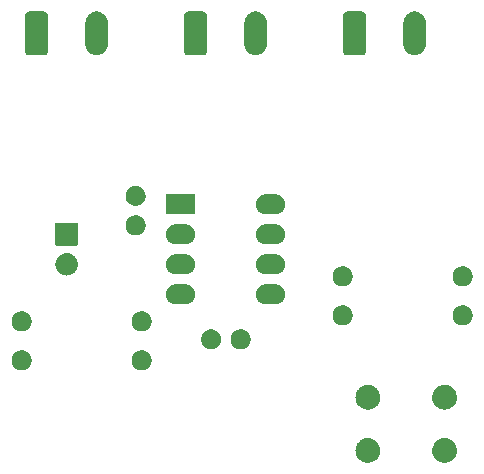
<source format=gts>
G04 #@! TF.GenerationSoftware,KiCad,Pcbnew,8.0.6*
G04 #@! TF.CreationDate,2024-11-03T17:07:20-03:00*
G04 #@! TF.ProjectId,555-temporizador-r01,3535352d-7465-46d7-906f-72697a61646f,rev?*
G04 #@! TF.SameCoordinates,Original*
G04 #@! TF.FileFunction,Soldermask,Top*
G04 #@! TF.FilePolarity,Negative*
%FSLAX46Y46*%
G04 Gerber Fmt 4.6, Leading zero omitted, Abs format (unit mm)*
G04 Created by KiCad (PCBNEW 8.0.6) date 2024-11-03 17:07:20*
%MOMM*%
%LPD*%
G01*
G04 APERTURE LIST*
G04 APERTURE END LIST*
G36*
X153062938Y-124684017D02*
G01*
X153108923Y-124684017D01*
X153160139Y-124693590D01*
X153217040Y-124699195D01*
X153260261Y-124712306D01*
X153299474Y-124719636D01*
X153353785Y-124740676D01*
X153414200Y-124759003D01*
X153448720Y-124777454D01*
X153480232Y-124789662D01*
X153534977Y-124823559D01*
X153595904Y-124856125D01*
X153621506Y-124877136D01*
X153645048Y-124891713D01*
X153697212Y-124939267D01*
X153755169Y-124986831D01*
X153772342Y-125007757D01*
X153788301Y-125022305D01*
X153834629Y-125083653D01*
X153885875Y-125146096D01*
X153895783Y-125164634D01*
X153905122Y-125177000D01*
X153942274Y-125251613D01*
X153982997Y-125327800D01*
X153987340Y-125342117D01*
X153991528Y-125350528D01*
X154016267Y-125437476D01*
X154042805Y-125524960D01*
X154043676Y-125533811D01*
X154044577Y-125536975D01*
X154053938Y-125638002D01*
X154063000Y-125730000D01*
X154053938Y-125822005D01*
X154044577Y-125923024D01*
X154043676Y-125926187D01*
X154042805Y-125935040D01*
X154016262Y-126022538D01*
X153991528Y-126109471D01*
X153987341Y-126117879D01*
X153982997Y-126132200D01*
X153942267Y-126208399D01*
X153905122Y-126282999D01*
X153895785Y-126295362D01*
X153885875Y-126313904D01*
X153834620Y-126376357D01*
X153788301Y-126437694D01*
X153772345Y-126452238D01*
X153755169Y-126473169D01*
X153697201Y-126520741D01*
X153645048Y-126568286D01*
X153621511Y-126582859D01*
X153595904Y-126603875D01*
X153534965Y-126636447D01*
X153480232Y-126670337D01*
X153448726Y-126682542D01*
X153414200Y-126700997D01*
X153353773Y-126719327D01*
X153299474Y-126740363D01*
X153260268Y-126747691D01*
X153217040Y-126760805D01*
X153160136Y-126766409D01*
X153108923Y-126775983D01*
X153062938Y-126775983D01*
X153012000Y-126781000D01*
X152961062Y-126775983D01*
X152915077Y-126775983D01*
X152863863Y-126766409D01*
X152806960Y-126760805D01*
X152763732Y-126747692D01*
X152724525Y-126740363D01*
X152670221Y-126719325D01*
X152609800Y-126700997D01*
X152575275Y-126682543D01*
X152543767Y-126670337D01*
X152489027Y-126636443D01*
X152428096Y-126603875D01*
X152402491Y-126582861D01*
X152378951Y-126568286D01*
X152326788Y-126520733D01*
X152268831Y-126473169D01*
X152251656Y-126452242D01*
X152235698Y-126437694D01*
X152189367Y-126376342D01*
X152138125Y-126313904D01*
X152128216Y-126295366D01*
X152118877Y-126282999D01*
X152081717Y-126208372D01*
X152041003Y-126132200D01*
X152036660Y-126117884D01*
X152032471Y-126109471D01*
X152007721Y-126022485D01*
X151981195Y-125935040D01*
X151980323Y-125926192D01*
X151979422Y-125923024D01*
X151970044Y-125821833D01*
X151961000Y-125730000D01*
X151970044Y-125638173D01*
X151979422Y-125536975D01*
X151980323Y-125533805D01*
X151981195Y-125524960D01*
X152007716Y-125437529D01*
X152032471Y-125350528D01*
X152036661Y-125342112D01*
X152041003Y-125327800D01*
X152081710Y-125251641D01*
X152118877Y-125177000D01*
X152128218Y-125164629D01*
X152138125Y-125146096D01*
X152189357Y-125083668D01*
X152235698Y-125022305D01*
X152251660Y-125007753D01*
X152268831Y-124986831D01*
X152326777Y-124939275D01*
X152378951Y-124891713D01*
X152402496Y-124877134D01*
X152428096Y-124856125D01*
X152489015Y-124823563D01*
X152543767Y-124789662D01*
X152575282Y-124777452D01*
X152609800Y-124759003D01*
X152670209Y-124740677D01*
X152724525Y-124719636D01*
X152763739Y-124712305D01*
X152806960Y-124699195D01*
X152863860Y-124693590D01*
X152915077Y-124684017D01*
X152961062Y-124684017D01*
X153012000Y-124679000D01*
X153062938Y-124684017D01*
G37*
G36*
X159562938Y-124684017D02*
G01*
X159608923Y-124684017D01*
X159660139Y-124693590D01*
X159717040Y-124699195D01*
X159760261Y-124712306D01*
X159799474Y-124719636D01*
X159853785Y-124740676D01*
X159914200Y-124759003D01*
X159948720Y-124777454D01*
X159980232Y-124789662D01*
X160034977Y-124823559D01*
X160095904Y-124856125D01*
X160121506Y-124877136D01*
X160145048Y-124891713D01*
X160197212Y-124939267D01*
X160255169Y-124986831D01*
X160272342Y-125007757D01*
X160288301Y-125022305D01*
X160334629Y-125083653D01*
X160385875Y-125146096D01*
X160395783Y-125164634D01*
X160405122Y-125177000D01*
X160442274Y-125251613D01*
X160482997Y-125327800D01*
X160487340Y-125342117D01*
X160491528Y-125350528D01*
X160516267Y-125437476D01*
X160542805Y-125524960D01*
X160543676Y-125533811D01*
X160544577Y-125536975D01*
X160553938Y-125638002D01*
X160563000Y-125730000D01*
X160553938Y-125822005D01*
X160544577Y-125923024D01*
X160543676Y-125926187D01*
X160542805Y-125935040D01*
X160516262Y-126022538D01*
X160491528Y-126109471D01*
X160487341Y-126117879D01*
X160482997Y-126132200D01*
X160442267Y-126208399D01*
X160405122Y-126282999D01*
X160395785Y-126295362D01*
X160385875Y-126313904D01*
X160334620Y-126376357D01*
X160288301Y-126437694D01*
X160272345Y-126452238D01*
X160255169Y-126473169D01*
X160197201Y-126520741D01*
X160145048Y-126568286D01*
X160121511Y-126582859D01*
X160095904Y-126603875D01*
X160034965Y-126636447D01*
X159980232Y-126670337D01*
X159948726Y-126682542D01*
X159914200Y-126700997D01*
X159853773Y-126719327D01*
X159799474Y-126740363D01*
X159760268Y-126747691D01*
X159717040Y-126760805D01*
X159660136Y-126766409D01*
X159608923Y-126775983D01*
X159562938Y-126775983D01*
X159512000Y-126781000D01*
X159461062Y-126775983D01*
X159415077Y-126775983D01*
X159363863Y-126766409D01*
X159306960Y-126760805D01*
X159263732Y-126747692D01*
X159224525Y-126740363D01*
X159170221Y-126719325D01*
X159109800Y-126700997D01*
X159075275Y-126682543D01*
X159043767Y-126670337D01*
X158989027Y-126636443D01*
X158928096Y-126603875D01*
X158902491Y-126582861D01*
X158878951Y-126568286D01*
X158826788Y-126520733D01*
X158768831Y-126473169D01*
X158751656Y-126452242D01*
X158735698Y-126437694D01*
X158689367Y-126376342D01*
X158638125Y-126313904D01*
X158628216Y-126295366D01*
X158618877Y-126282999D01*
X158581717Y-126208372D01*
X158541003Y-126132200D01*
X158536660Y-126117884D01*
X158532471Y-126109471D01*
X158507721Y-126022485D01*
X158481195Y-125935040D01*
X158480323Y-125926192D01*
X158479422Y-125923024D01*
X158470044Y-125821833D01*
X158461000Y-125730000D01*
X158470044Y-125638173D01*
X158479422Y-125536975D01*
X158480323Y-125533805D01*
X158481195Y-125524960D01*
X158507716Y-125437529D01*
X158532471Y-125350528D01*
X158536661Y-125342112D01*
X158541003Y-125327800D01*
X158581710Y-125251641D01*
X158618877Y-125177000D01*
X158628218Y-125164629D01*
X158638125Y-125146096D01*
X158689357Y-125083668D01*
X158735698Y-125022305D01*
X158751660Y-125007753D01*
X158768831Y-124986831D01*
X158826777Y-124939275D01*
X158878951Y-124891713D01*
X158902496Y-124877134D01*
X158928096Y-124856125D01*
X158989015Y-124823563D01*
X159043767Y-124789662D01*
X159075282Y-124777452D01*
X159109800Y-124759003D01*
X159170209Y-124740677D01*
X159224525Y-124719636D01*
X159263739Y-124712305D01*
X159306960Y-124699195D01*
X159363860Y-124693590D01*
X159415077Y-124684017D01*
X159461062Y-124684017D01*
X159512000Y-124679000D01*
X159562938Y-124684017D01*
G37*
G36*
X153062938Y-120184017D02*
G01*
X153108923Y-120184017D01*
X153160139Y-120193590D01*
X153217040Y-120199195D01*
X153260261Y-120212306D01*
X153299474Y-120219636D01*
X153353785Y-120240676D01*
X153414200Y-120259003D01*
X153448720Y-120277454D01*
X153480232Y-120289662D01*
X153534977Y-120323559D01*
X153595904Y-120356125D01*
X153621506Y-120377136D01*
X153645048Y-120391713D01*
X153697212Y-120439267D01*
X153755169Y-120486831D01*
X153772342Y-120507757D01*
X153788301Y-120522305D01*
X153834629Y-120583653D01*
X153885875Y-120646096D01*
X153895783Y-120664634D01*
X153905122Y-120677000D01*
X153942274Y-120751613D01*
X153982997Y-120827800D01*
X153987340Y-120842117D01*
X153991528Y-120850528D01*
X154016267Y-120937476D01*
X154042805Y-121024960D01*
X154043676Y-121033811D01*
X154044577Y-121036975D01*
X154053938Y-121138002D01*
X154063000Y-121230000D01*
X154053938Y-121322005D01*
X154044577Y-121423024D01*
X154043676Y-121426187D01*
X154042805Y-121435040D01*
X154016262Y-121522538D01*
X153991528Y-121609471D01*
X153987341Y-121617879D01*
X153982997Y-121632200D01*
X153942267Y-121708399D01*
X153905122Y-121782999D01*
X153895785Y-121795362D01*
X153885875Y-121813904D01*
X153834620Y-121876357D01*
X153788301Y-121937694D01*
X153772345Y-121952238D01*
X153755169Y-121973169D01*
X153697201Y-122020741D01*
X153645048Y-122068286D01*
X153621511Y-122082859D01*
X153595904Y-122103875D01*
X153534965Y-122136447D01*
X153480232Y-122170337D01*
X153448726Y-122182542D01*
X153414200Y-122200997D01*
X153353773Y-122219327D01*
X153299474Y-122240363D01*
X153260268Y-122247691D01*
X153217040Y-122260805D01*
X153160136Y-122266409D01*
X153108923Y-122275983D01*
X153062938Y-122275983D01*
X153012000Y-122281000D01*
X152961062Y-122275983D01*
X152915077Y-122275983D01*
X152863863Y-122266409D01*
X152806960Y-122260805D01*
X152763732Y-122247692D01*
X152724525Y-122240363D01*
X152670221Y-122219325D01*
X152609800Y-122200997D01*
X152575275Y-122182543D01*
X152543767Y-122170337D01*
X152489027Y-122136443D01*
X152428096Y-122103875D01*
X152402491Y-122082861D01*
X152378951Y-122068286D01*
X152326788Y-122020733D01*
X152268831Y-121973169D01*
X152251656Y-121952242D01*
X152235698Y-121937694D01*
X152189367Y-121876342D01*
X152138125Y-121813904D01*
X152128216Y-121795366D01*
X152118877Y-121782999D01*
X152081717Y-121708372D01*
X152041003Y-121632200D01*
X152036660Y-121617884D01*
X152032471Y-121609471D01*
X152007721Y-121522485D01*
X151981195Y-121435040D01*
X151980323Y-121426192D01*
X151979422Y-121423024D01*
X151970044Y-121321833D01*
X151961000Y-121230000D01*
X151970044Y-121138173D01*
X151979422Y-121036975D01*
X151980323Y-121033805D01*
X151981195Y-121024960D01*
X152007716Y-120937529D01*
X152032471Y-120850528D01*
X152036661Y-120842112D01*
X152041003Y-120827800D01*
X152081710Y-120751641D01*
X152118877Y-120677000D01*
X152128218Y-120664629D01*
X152138125Y-120646096D01*
X152189357Y-120583668D01*
X152235698Y-120522305D01*
X152251660Y-120507753D01*
X152268831Y-120486831D01*
X152326777Y-120439275D01*
X152378951Y-120391713D01*
X152402496Y-120377134D01*
X152428096Y-120356125D01*
X152489015Y-120323563D01*
X152543767Y-120289662D01*
X152575282Y-120277452D01*
X152609800Y-120259003D01*
X152670209Y-120240677D01*
X152724525Y-120219636D01*
X152763739Y-120212305D01*
X152806960Y-120199195D01*
X152863860Y-120193590D01*
X152915077Y-120184017D01*
X152961062Y-120184017D01*
X153012000Y-120179000D01*
X153062938Y-120184017D01*
G37*
G36*
X159562938Y-120184017D02*
G01*
X159608923Y-120184017D01*
X159660139Y-120193590D01*
X159717040Y-120199195D01*
X159760261Y-120212306D01*
X159799474Y-120219636D01*
X159853785Y-120240676D01*
X159914200Y-120259003D01*
X159948720Y-120277454D01*
X159980232Y-120289662D01*
X160034977Y-120323559D01*
X160095904Y-120356125D01*
X160121506Y-120377136D01*
X160145048Y-120391713D01*
X160197212Y-120439267D01*
X160255169Y-120486831D01*
X160272342Y-120507757D01*
X160288301Y-120522305D01*
X160334629Y-120583653D01*
X160385875Y-120646096D01*
X160395783Y-120664634D01*
X160405122Y-120677000D01*
X160442274Y-120751613D01*
X160482997Y-120827800D01*
X160487340Y-120842117D01*
X160491528Y-120850528D01*
X160516267Y-120937476D01*
X160542805Y-121024960D01*
X160543676Y-121033811D01*
X160544577Y-121036975D01*
X160553938Y-121138002D01*
X160563000Y-121230000D01*
X160553938Y-121322005D01*
X160544577Y-121423024D01*
X160543676Y-121426187D01*
X160542805Y-121435040D01*
X160516262Y-121522538D01*
X160491528Y-121609471D01*
X160487341Y-121617879D01*
X160482997Y-121632200D01*
X160442267Y-121708399D01*
X160405122Y-121782999D01*
X160395785Y-121795362D01*
X160385875Y-121813904D01*
X160334620Y-121876357D01*
X160288301Y-121937694D01*
X160272345Y-121952238D01*
X160255169Y-121973169D01*
X160197201Y-122020741D01*
X160145048Y-122068286D01*
X160121511Y-122082859D01*
X160095904Y-122103875D01*
X160034965Y-122136447D01*
X159980232Y-122170337D01*
X159948726Y-122182542D01*
X159914200Y-122200997D01*
X159853773Y-122219327D01*
X159799474Y-122240363D01*
X159760268Y-122247691D01*
X159717040Y-122260805D01*
X159660136Y-122266409D01*
X159608923Y-122275983D01*
X159562938Y-122275983D01*
X159512000Y-122281000D01*
X159461062Y-122275983D01*
X159415077Y-122275983D01*
X159363863Y-122266409D01*
X159306960Y-122260805D01*
X159263732Y-122247692D01*
X159224525Y-122240363D01*
X159170221Y-122219325D01*
X159109800Y-122200997D01*
X159075275Y-122182543D01*
X159043767Y-122170337D01*
X158989027Y-122136443D01*
X158928096Y-122103875D01*
X158902491Y-122082861D01*
X158878951Y-122068286D01*
X158826788Y-122020733D01*
X158768831Y-121973169D01*
X158751656Y-121952242D01*
X158735698Y-121937694D01*
X158689367Y-121876342D01*
X158638125Y-121813904D01*
X158628216Y-121795366D01*
X158618877Y-121782999D01*
X158581717Y-121708372D01*
X158541003Y-121632200D01*
X158536660Y-121617884D01*
X158532471Y-121609471D01*
X158507721Y-121522485D01*
X158481195Y-121435040D01*
X158480323Y-121426192D01*
X158479422Y-121423024D01*
X158470044Y-121321833D01*
X158461000Y-121230000D01*
X158470044Y-121138173D01*
X158479422Y-121036975D01*
X158480323Y-121033805D01*
X158481195Y-121024960D01*
X158507716Y-120937529D01*
X158532471Y-120850528D01*
X158536661Y-120842112D01*
X158541003Y-120827800D01*
X158581710Y-120751641D01*
X158618877Y-120677000D01*
X158628218Y-120664629D01*
X158638125Y-120646096D01*
X158689357Y-120583668D01*
X158735698Y-120522305D01*
X158751660Y-120507753D01*
X158768831Y-120486831D01*
X158826777Y-120439275D01*
X158878951Y-120391713D01*
X158902496Y-120377134D01*
X158928096Y-120356125D01*
X158989015Y-120323563D01*
X159043767Y-120289662D01*
X159075282Y-120277452D01*
X159109800Y-120259003D01*
X159170209Y-120240677D01*
X159224525Y-120219636D01*
X159263739Y-120212305D01*
X159306960Y-120199195D01*
X159363860Y-120193590D01*
X159415077Y-120184017D01*
X159461062Y-120184017D01*
X159512000Y-120179000D01*
X159562938Y-120184017D01*
G37*
G36*
X123739199Y-117263662D02*
G01*
X123786954Y-117263662D01*
X123828194Y-117272427D01*
X123863901Y-117275945D01*
X123908759Y-117289552D01*
X123960973Y-117300651D01*
X123994384Y-117315526D01*
X124023435Y-117324339D01*
X124069602Y-117349015D01*
X124123500Y-117373012D01*
X124148554Y-117391215D01*
X124170453Y-117402920D01*
X124215128Y-117439584D01*
X124267430Y-117477584D01*
X124284411Y-117496443D01*
X124299320Y-117508679D01*
X124339387Y-117557501D01*
X124386473Y-117609795D01*
X124396364Y-117626927D01*
X124405079Y-117637546D01*
X124437306Y-117697840D01*
X124475427Y-117763867D01*
X124479813Y-117777368D01*
X124483660Y-117784564D01*
X124504861Y-117854455D01*
X124530404Y-117933067D01*
X124531303Y-117941623D01*
X124532054Y-117944098D01*
X124539371Y-118018389D01*
X124549000Y-118110000D01*
X124539370Y-118201619D01*
X124532054Y-118275901D01*
X124531303Y-118278375D01*
X124530404Y-118286933D01*
X124504856Y-118365558D01*
X124483660Y-118435435D01*
X124479814Y-118442629D01*
X124475427Y-118456133D01*
X124437299Y-118522172D01*
X124405079Y-118582453D01*
X124396366Y-118593069D01*
X124386473Y-118610205D01*
X124339378Y-118662509D01*
X124299320Y-118711320D01*
X124284414Y-118723552D01*
X124267430Y-118742416D01*
X124215118Y-118780423D01*
X124170453Y-118817079D01*
X124148559Y-118828780D01*
X124123500Y-118846988D01*
X124069591Y-118870989D01*
X124023435Y-118895660D01*
X123994391Y-118904470D01*
X123960973Y-118919349D01*
X123908748Y-118930449D01*
X123863901Y-118944054D01*
X123828203Y-118947570D01*
X123786954Y-118956338D01*
X123739188Y-118956338D01*
X123698000Y-118960395D01*
X123656811Y-118956338D01*
X123609046Y-118956338D01*
X123567797Y-118947570D01*
X123532098Y-118944054D01*
X123487248Y-118930448D01*
X123435027Y-118919349D01*
X123401610Y-118904471D01*
X123372564Y-118895660D01*
X123326402Y-118870986D01*
X123272500Y-118846988D01*
X123247443Y-118828783D01*
X123225546Y-118817079D01*
X123180873Y-118780416D01*
X123128570Y-118742416D01*
X123111588Y-118723555D01*
X123096679Y-118711320D01*
X123056610Y-118662496D01*
X123009527Y-118610205D01*
X122999636Y-118593073D01*
X122990920Y-118582453D01*
X122958687Y-118522148D01*
X122920573Y-118456133D01*
X122916186Y-118442634D01*
X122912339Y-118435435D01*
X122891128Y-118365512D01*
X122865596Y-118286933D01*
X122864697Y-118278380D01*
X122863945Y-118275901D01*
X122856613Y-118201467D01*
X122847000Y-118110000D01*
X122856612Y-118018540D01*
X122863945Y-117944098D01*
X122864697Y-117941618D01*
X122865596Y-117933067D01*
X122891123Y-117854502D01*
X122912339Y-117784564D01*
X122916187Y-117777363D01*
X122920573Y-117763867D01*
X122958680Y-117697863D01*
X122990920Y-117637546D01*
X122999638Y-117626923D01*
X123009527Y-117609795D01*
X123056601Y-117557513D01*
X123096679Y-117508679D01*
X123111591Y-117496440D01*
X123128570Y-117477584D01*
X123180862Y-117439591D01*
X123225546Y-117402920D01*
X123247448Y-117391213D01*
X123272500Y-117373012D01*
X123326391Y-117349018D01*
X123372564Y-117324339D01*
X123401617Y-117315525D01*
X123435027Y-117300651D01*
X123487237Y-117289553D01*
X123532098Y-117275945D01*
X123567806Y-117272427D01*
X123609046Y-117263662D01*
X123656801Y-117263662D01*
X123698000Y-117259604D01*
X123739199Y-117263662D01*
G37*
G36*
X133899199Y-117263662D02*
G01*
X133946954Y-117263662D01*
X133988194Y-117272427D01*
X134023901Y-117275945D01*
X134068759Y-117289552D01*
X134120973Y-117300651D01*
X134154384Y-117315526D01*
X134183435Y-117324339D01*
X134229602Y-117349015D01*
X134283500Y-117373012D01*
X134308554Y-117391215D01*
X134330453Y-117402920D01*
X134375128Y-117439584D01*
X134427430Y-117477584D01*
X134444411Y-117496443D01*
X134459320Y-117508679D01*
X134499387Y-117557501D01*
X134546473Y-117609795D01*
X134556364Y-117626927D01*
X134565079Y-117637546D01*
X134597306Y-117697840D01*
X134635427Y-117763867D01*
X134639813Y-117777368D01*
X134643660Y-117784564D01*
X134664861Y-117854455D01*
X134690404Y-117933067D01*
X134691303Y-117941623D01*
X134692054Y-117944098D01*
X134699371Y-118018389D01*
X134709000Y-118110000D01*
X134699370Y-118201619D01*
X134692054Y-118275901D01*
X134691303Y-118278375D01*
X134690404Y-118286933D01*
X134664856Y-118365558D01*
X134643660Y-118435435D01*
X134639814Y-118442629D01*
X134635427Y-118456133D01*
X134597299Y-118522172D01*
X134565079Y-118582453D01*
X134556366Y-118593069D01*
X134546473Y-118610205D01*
X134499378Y-118662509D01*
X134459320Y-118711320D01*
X134444414Y-118723552D01*
X134427430Y-118742416D01*
X134375118Y-118780423D01*
X134330453Y-118817079D01*
X134308559Y-118828780D01*
X134283500Y-118846988D01*
X134229591Y-118870989D01*
X134183435Y-118895660D01*
X134154391Y-118904470D01*
X134120973Y-118919349D01*
X134068748Y-118930449D01*
X134023901Y-118944054D01*
X133988203Y-118947570D01*
X133946954Y-118956338D01*
X133899188Y-118956338D01*
X133858000Y-118960395D01*
X133816811Y-118956338D01*
X133769046Y-118956338D01*
X133727797Y-118947570D01*
X133692098Y-118944054D01*
X133647248Y-118930448D01*
X133595027Y-118919349D01*
X133561610Y-118904471D01*
X133532564Y-118895660D01*
X133486402Y-118870986D01*
X133432500Y-118846988D01*
X133407443Y-118828783D01*
X133385546Y-118817079D01*
X133340873Y-118780416D01*
X133288570Y-118742416D01*
X133271588Y-118723555D01*
X133256679Y-118711320D01*
X133216610Y-118662496D01*
X133169527Y-118610205D01*
X133159636Y-118593073D01*
X133150920Y-118582453D01*
X133118687Y-118522148D01*
X133080573Y-118456133D01*
X133076186Y-118442634D01*
X133072339Y-118435435D01*
X133051128Y-118365512D01*
X133025596Y-118286933D01*
X133024697Y-118278380D01*
X133023945Y-118275901D01*
X133016613Y-118201467D01*
X133007000Y-118110000D01*
X133016612Y-118018540D01*
X133023945Y-117944098D01*
X133024697Y-117941618D01*
X133025596Y-117933067D01*
X133051123Y-117854502D01*
X133072339Y-117784564D01*
X133076187Y-117777363D01*
X133080573Y-117763867D01*
X133118680Y-117697863D01*
X133150920Y-117637546D01*
X133159638Y-117626923D01*
X133169527Y-117609795D01*
X133216601Y-117557513D01*
X133256679Y-117508679D01*
X133271591Y-117496440D01*
X133288570Y-117477584D01*
X133340862Y-117439591D01*
X133385546Y-117402920D01*
X133407448Y-117391213D01*
X133432500Y-117373012D01*
X133486391Y-117349018D01*
X133532564Y-117324339D01*
X133561617Y-117315525D01*
X133595027Y-117300651D01*
X133647237Y-117289553D01*
X133692098Y-117275945D01*
X133727806Y-117272427D01*
X133769046Y-117263662D01*
X133816801Y-117263662D01*
X133858000Y-117259604D01*
X133899199Y-117263662D01*
G37*
G36*
X139781199Y-115485662D02*
G01*
X139828954Y-115485662D01*
X139870194Y-115494427D01*
X139905901Y-115497945D01*
X139950759Y-115511552D01*
X140002973Y-115522651D01*
X140036384Y-115537526D01*
X140065435Y-115546339D01*
X140111602Y-115571015D01*
X140165500Y-115595012D01*
X140190554Y-115613215D01*
X140212453Y-115624920D01*
X140257128Y-115661584D01*
X140309430Y-115699584D01*
X140326411Y-115718443D01*
X140341320Y-115730679D01*
X140381387Y-115779501D01*
X140428473Y-115831795D01*
X140438364Y-115848927D01*
X140447079Y-115859546D01*
X140479306Y-115919840D01*
X140517427Y-115985867D01*
X140521813Y-115999368D01*
X140525660Y-116006564D01*
X140546861Y-116076455D01*
X140572404Y-116155067D01*
X140573303Y-116163623D01*
X140574054Y-116166098D01*
X140581371Y-116240389D01*
X140591000Y-116332000D01*
X140581370Y-116423619D01*
X140574054Y-116497901D01*
X140573303Y-116500375D01*
X140572404Y-116508933D01*
X140546856Y-116587558D01*
X140525660Y-116657435D01*
X140521814Y-116664629D01*
X140517427Y-116678133D01*
X140479299Y-116744172D01*
X140447079Y-116804453D01*
X140438366Y-116815069D01*
X140428473Y-116832205D01*
X140381378Y-116884509D01*
X140341320Y-116933320D01*
X140326414Y-116945552D01*
X140309430Y-116964416D01*
X140257118Y-117002423D01*
X140212453Y-117039079D01*
X140190559Y-117050780D01*
X140165500Y-117068988D01*
X140111591Y-117092989D01*
X140065435Y-117117660D01*
X140036391Y-117126470D01*
X140002973Y-117141349D01*
X139950748Y-117152449D01*
X139905901Y-117166054D01*
X139870203Y-117169570D01*
X139828954Y-117178338D01*
X139781188Y-117178338D01*
X139740000Y-117182395D01*
X139698811Y-117178338D01*
X139651046Y-117178338D01*
X139609797Y-117169570D01*
X139574098Y-117166054D01*
X139529248Y-117152448D01*
X139477027Y-117141349D01*
X139443610Y-117126471D01*
X139414564Y-117117660D01*
X139368402Y-117092986D01*
X139314500Y-117068988D01*
X139289443Y-117050783D01*
X139267546Y-117039079D01*
X139222873Y-117002416D01*
X139170570Y-116964416D01*
X139153588Y-116945555D01*
X139138679Y-116933320D01*
X139098610Y-116884496D01*
X139051527Y-116832205D01*
X139041636Y-116815073D01*
X139032920Y-116804453D01*
X139000687Y-116744148D01*
X138962573Y-116678133D01*
X138958186Y-116664634D01*
X138954339Y-116657435D01*
X138933128Y-116587512D01*
X138907596Y-116508933D01*
X138906697Y-116500380D01*
X138905945Y-116497901D01*
X138898613Y-116423467D01*
X138889000Y-116332000D01*
X138898612Y-116240540D01*
X138905945Y-116166098D01*
X138906697Y-116163618D01*
X138907596Y-116155067D01*
X138933123Y-116076502D01*
X138954339Y-116006564D01*
X138958187Y-115999363D01*
X138962573Y-115985867D01*
X139000680Y-115919863D01*
X139032920Y-115859546D01*
X139041638Y-115848923D01*
X139051527Y-115831795D01*
X139098601Y-115779513D01*
X139138679Y-115730679D01*
X139153591Y-115718440D01*
X139170570Y-115699584D01*
X139222862Y-115661591D01*
X139267546Y-115624920D01*
X139289448Y-115613213D01*
X139314500Y-115595012D01*
X139368391Y-115571018D01*
X139414564Y-115546339D01*
X139443617Y-115537525D01*
X139477027Y-115522651D01*
X139529237Y-115511553D01*
X139574098Y-115497945D01*
X139609806Y-115494427D01*
X139651046Y-115485662D01*
X139698801Y-115485662D01*
X139740000Y-115481604D01*
X139781199Y-115485662D01*
G37*
G36*
X142281199Y-115485662D02*
G01*
X142328954Y-115485662D01*
X142370194Y-115494427D01*
X142405901Y-115497945D01*
X142450759Y-115511552D01*
X142502973Y-115522651D01*
X142536384Y-115537526D01*
X142565435Y-115546339D01*
X142611602Y-115571015D01*
X142665500Y-115595012D01*
X142690554Y-115613215D01*
X142712453Y-115624920D01*
X142757128Y-115661584D01*
X142809430Y-115699584D01*
X142826411Y-115718443D01*
X142841320Y-115730679D01*
X142881387Y-115779501D01*
X142928473Y-115831795D01*
X142938364Y-115848927D01*
X142947079Y-115859546D01*
X142979306Y-115919840D01*
X143017427Y-115985867D01*
X143021813Y-115999368D01*
X143025660Y-116006564D01*
X143046861Y-116076455D01*
X143072404Y-116155067D01*
X143073303Y-116163623D01*
X143074054Y-116166098D01*
X143081371Y-116240389D01*
X143091000Y-116332000D01*
X143081370Y-116423619D01*
X143074054Y-116497901D01*
X143073303Y-116500375D01*
X143072404Y-116508933D01*
X143046856Y-116587558D01*
X143025660Y-116657435D01*
X143021814Y-116664629D01*
X143017427Y-116678133D01*
X142979299Y-116744172D01*
X142947079Y-116804453D01*
X142938366Y-116815069D01*
X142928473Y-116832205D01*
X142881378Y-116884509D01*
X142841320Y-116933320D01*
X142826414Y-116945552D01*
X142809430Y-116964416D01*
X142757118Y-117002423D01*
X142712453Y-117039079D01*
X142690559Y-117050780D01*
X142665500Y-117068988D01*
X142611591Y-117092989D01*
X142565435Y-117117660D01*
X142536391Y-117126470D01*
X142502973Y-117141349D01*
X142450748Y-117152449D01*
X142405901Y-117166054D01*
X142370203Y-117169570D01*
X142328954Y-117178338D01*
X142281188Y-117178338D01*
X142240000Y-117182395D01*
X142198811Y-117178338D01*
X142151046Y-117178338D01*
X142109797Y-117169570D01*
X142074098Y-117166054D01*
X142029248Y-117152448D01*
X141977027Y-117141349D01*
X141943610Y-117126471D01*
X141914564Y-117117660D01*
X141868402Y-117092986D01*
X141814500Y-117068988D01*
X141789443Y-117050783D01*
X141767546Y-117039079D01*
X141722873Y-117002416D01*
X141670570Y-116964416D01*
X141653588Y-116945555D01*
X141638679Y-116933320D01*
X141598610Y-116884496D01*
X141551527Y-116832205D01*
X141541636Y-116815073D01*
X141532920Y-116804453D01*
X141500687Y-116744148D01*
X141462573Y-116678133D01*
X141458186Y-116664634D01*
X141454339Y-116657435D01*
X141433128Y-116587512D01*
X141407596Y-116508933D01*
X141406697Y-116500380D01*
X141405945Y-116497901D01*
X141398613Y-116423467D01*
X141389000Y-116332000D01*
X141398612Y-116240540D01*
X141405945Y-116166098D01*
X141406697Y-116163618D01*
X141407596Y-116155067D01*
X141433123Y-116076502D01*
X141454339Y-116006564D01*
X141458187Y-115999363D01*
X141462573Y-115985867D01*
X141500680Y-115919863D01*
X141532920Y-115859546D01*
X141541638Y-115848923D01*
X141551527Y-115831795D01*
X141598601Y-115779513D01*
X141638679Y-115730679D01*
X141653591Y-115718440D01*
X141670570Y-115699584D01*
X141722862Y-115661591D01*
X141767546Y-115624920D01*
X141789448Y-115613213D01*
X141814500Y-115595012D01*
X141868391Y-115571018D01*
X141914564Y-115546339D01*
X141943617Y-115537525D01*
X141977027Y-115522651D01*
X142029237Y-115511553D01*
X142074098Y-115497945D01*
X142109806Y-115494427D01*
X142151046Y-115485662D01*
X142198801Y-115485662D01*
X142240000Y-115481604D01*
X142281199Y-115485662D01*
G37*
G36*
X123739199Y-113961662D02*
G01*
X123786954Y-113961662D01*
X123828194Y-113970427D01*
X123863901Y-113973945D01*
X123908759Y-113987552D01*
X123960973Y-113998651D01*
X123994384Y-114013526D01*
X124023435Y-114022339D01*
X124069602Y-114047015D01*
X124123500Y-114071012D01*
X124148554Y-114089215D01*
X124170453Y-114100920D01*
X124215128Y-114137584D01*
X124267430Y-114175584D01*
X124284411Y-114194443D01*
X124299320Y-114206679D01*
X124339387Y-114255501D01*
X124386473Y-114307795D01*
X124396364Y-114324927D01*
X124405079Y-114335546D01*
X124437306Y-114395840D01*
X124475427Y-114461867D01*
X124479813Y-114475368D01*
X124483660Y-114482564D01*
X124504861Y-114552455D01*
X124530404Y-114631067D01*
X124531303Y-114639623D01*
X124532054Y-114642098D01*
X124539371Y-114716389D01*
X124549000Y-114808000D01*
X124539370Y-114899619D01*
X124532054Y-114973901D01*
X124531303Y-114976375D01*
X124530404Y-114984933D01*
X124504856Y-115063558D01*
X124483660Y-115133435D01*
X124479814Y-115140629D01*
X124475427Y-115154133D01*
X124437299Y-115220172D01*
X124405079Y-115280453D01*
X124396366Y-115291069D01*
X124386473Y-115308205D01*
X124339378Y-115360509D01*
X124299320Y-115409320D01*
X124284414Y-115421552D01*
X124267430Y-115440416D01*
X124215118Y-115478423D01*
X124170453Y-115515079D01*
X124148559Y-115526780D01*
X124123500Y-115544988D01*
X124069591Y-115568989D01*
X124023435Y-115593660D01*
X123994391Y-115602470D01*
X123960973Y-115617349D01*
X123908748Y-115628449D01*
X123863901Y-115642054D01*
X123828203Y-115645570D01*
X123786954Y-115654338D01*
X123739188Y-115654338D01*
X123698000Y-115658395D01*
X123656811Y-115654338D01*
X123609046Y-115654338D01*
X123567797Y-115645570D01*
X123532098Y-115642054D01*
X123487248Y-115628448D01*
X123435027Y-115617349D01*
X123401610Y-115602471D01*
X123372564Y-115593660D01*
X123326402Y-115568986D01*
X123272500Y-115544988D01*
X123247443Y-115526783D01*
X123225546Y-115515079D01*
X123180873Y-115478416D01*
X123128570Y-115440416D01*
X123111588Y-115421555D01*
X123096679Y-115409320D01*
X123056610Y-115360496D01*
X123009527Y-115308205D01*
X122999636Y-115291073D01*
X122990920Y-115280453D01*
X122958687Y-115220148D01*
X122920573Y-115154133D01*
X122916186Y-115140634D01*
X122912339Y-115133435D01*
X122891128Y-115063512D01*
X122865596Y-114984933D01*
X122864697Y-114976380D01*
X122863945Y-114973901D01*
X122856613Y-114899467D01*
X122847000Y-114808000D01*
X122856612Y-114716540D01*
X122863945Y-114642098D01*
X122864697Y-114639618D01*
X122865596Y-114631067D01*
X122891123Y-114552502D01*
X122912339Y-114482564D01*
X122916187Y-114475363D01*
X122920573Y-114461867D01*
X122958680Y-114395863D01*
X122990920Y-114335546D01*
X122999638Y-114324923D01*
X123009527Y-114307795D01*
X123056601Y-114255513D01*
X123096679Y-114206679D01*
X123111591Y-114194440D01*
X123128570Y-114175584D01*
X123180862Y-114137591D01*
X123225546Y-114100920D01*
X123247448Y-114089213D01*
X123272500Y-114071012D01*
X123326391Y-114047018D01*
X123372564Y-114022339D01*
X123401617Y-114013525D01*
X123435027Y-113998651D01*
X123487237Y-113987553D01*
X123532098Y-113973945D01*
X123567806Y-113970427D01*
X123609046Y-113961662D01*
X123656801Y-113961662D01*
X123698000Y-113957604D01*
X123739199Y-113961662D01*
G37*
G36*
X133899199Y-113961662D02*
G01*
X133946954Y-113961662D01*
X133988194Y-113970427D01*
X134023901Y-113973945D01*
X134068759Y-113987552D01*
X134120973Y-113998651D01*
X134154384Y-114013526D01*
X134183435Y-114022339D01*
X134229602Y-114047015D01*
X134283500Y-114071012D01*
X134308554Y-114089215D01*
X134330453Y-114100920D01*
X134375128Y-114137584D01*
X134427430Y-114175584D01*
X134444411Y-114194443D01*
X134459320Y-114206679D01*
X134499387Y-114255501D01*
X134546473Y-114307795D01*
X134556364Y-114324927D01*
X134565079Y-114335546D01*
X134597306Y-114395840D01*
X134635427Y-114461867D01*
X134639813Y-114475368D01*
X134643660Y-114482564D01*
X134664861Y-114552455D01*
X134690404Y-114631067D01*
X134691303Y-114639623D01*
X134692054Y-114642098D01*
X134699371Y-114716389D01*
X134709000Y-114808000D01*
X134699370Y-114899619D01*
X134692054Y-114973901D01*
X134691303Y-114976375D01*
X134690404Y-114984933D01*
X134664856Y-115063558D01*
X134643660Y-115133435D01*
X134639814Y-115140629D01*
X134635427Y-115154133D01*
X134597299Y-115220172D01*
X134565079Y-115280453D01*
X134556366Y-115291069D01*
X134546473Y-115308205D01*
X134499378Y-115360509D01*
X134459320Y-115409320D01*
X134444414Y-115421552D01*
X134427430Y-115440416D01*
X134375118Y-115478423D01*
X134330453Y-115515079D01*
X134308559Y-115526780D01*
X134283500Y-115544988D01*
X134229591Y-115568989D01*
X134183435Y-115593660D01*
X134154391Y-115602470D01*
X134120973Y-115617349D01*
X134068748Y-115628449D01*
X134023901Y-115642054D01*
X133988203Y-115645570D01*
X133946954Y-115654338D01*
X133899188Y-115654338D01*
X133858000Y-115658395D01*
X133816811Y-115654338D01*
X133769046Y-115654338D01*
X133727797Y-115645570D01*
X133692098Y-115642054D01*
X133647248Y-115628448D01*
X133595027Y-115617349D01*
X133561610Y-115602471D01*
X133532564Y-115593660D01*
X133486402Y-115568986D01*
X133432500Y-115544988D01*
X133407443Y-115526783D01*
X133385546Y-115515079D01*
X133340873Y-115478416D01*
X133288570Y-115440416D01*
X133271588Y-115421555D01*
X133256679Y-115409320D01*
X133216610Y-115360496D01*
X133169527Y-115308205D01*
X133159636Y-115291073D01*
X133150920Y-115280453D01*
X133118687Y-115220148D01*
X133080573Y-115154133D01*
X133076186Y-115140634D01*
X133072339Y-115133435D01*
X133051128Y-115063512D01*
X133025596Y-114984933D01*
X133024697Y-114976380D01*
X133023945Y-114973901D01*
X133016613Y-114899467D01*
X133007000Y-114808000D01*
X133016612Y-114716540D01*
X133023945Y-114642098D01*
X133024697Y-114639618D01*
X133025596Y-114631067D01*
X133051123Y-114552502D01*
X133072339Y-114482564D01*
X133076187Y-114475363D01*
X133080573Y-114461867D01*
X133118680Y-114395863D01*
X133150920Y-114335546D01*
X133159638Y-114324923D01*
X133169527Y-114307795D01*
X133216601Y-114255513D01*
X133256679Y-114206679D01*
X133271591Y-114194440D01*
X133288570Y-114175584D01*
X133340862Y-114137591D01*
X133385546Y-114100920D01*
X133407448Y-114089213D01*
X133432500Y-114071012D01*
X133486391Y-114047018D01*
X133532564Y-114022339D01*
X133561617Y-114013525D01*
X133595027Y-113998651D01*
X133647237Y-113987553D01*
X133692098Y-113973945D01*
X133727806Y-113970427D01*
X133769046Y-113961662D01*
X133816801Y-113961662D01*
X133858000Y-113957604D01*
X133899199Y-113961662D01*
G37*
G36*
X150917199Y-113453662D02*
G01*
X150964954Y-113453662D01*
X151006194Y-113462427D01*
X151041901Y-113465945D01*
X151086759Y-113479552D01*
X151138973Y-113490651D01*
X151172384Y-113505526D01*
X151201435Y-113514339D01*
X151247602Y-113539015D01*
X151301500Y-113563012D01*
X151326554Y-113581215D01*
X151348453Y-113592920D01*
X151393128Y-113629584D01*
X151445430Y-113667584D01*
X151462411Y-113686443D01*
X151477320Y-113698679D01*
X151517387Y-113747501D01*
X151564473Y-113799795D01*
X151574364Y-113816927D01*
X151583079Y-113827546D01*
X151615306Y-113887840D01*
X151653427Y-113953867D01*
X151657813Y-113967368D01*
X151661660Y-113974564D01*
X151682861Y-114044455D01*
X151708404Y-114123067D01*
X151709303Y-114131623D01*
X151710054Y-114134098D01*
X151717371Y-114208389D01*
X151727000Y-114300000D01*
X151717370Y-114391619D01*
X151710054Y-114465901D01*
X151709303Y-114468375D01*
X151708404Y-114476933D01*
X151682856Y-114555558D01*
X151661660Y-114625435D01*
X151657814Y-114632629D01*
X151653427Y-114646133D01*
X151615299Y-114712172D01*
X151583079Y-114772453D01*
X151574366Y-114783069D01*
X151564473Y-114800205D01*
X151517378Y-114852509D01*
X151477320Y-114901320D01*
X151462414Y-114913552D01*
X151445430Y-114932416D01*
X151393118Y-114970423D01*
X151348453Y-115007079D01*
X151326559Y-115018780D01*
X151301500Y-115036988D01*
X151247591Y-115060989D01*
X151201435Y-115085660D01*
X151172391Y-115094470D01*
X151138973Y-115109349D01*
X151086748Y-115120449D01*
X151041901Y-115134054D01*
X151006203Y-115137570D01*
X150964954Y-115146338D01*
X150917188Y-115146338D01*
X150876000Y-115150395D01*
X150834811Y-115146338D01*
X150787046Y-115146338D01*
X150745797Y-115137570D01*
X150710098Y-115134054D01*
X150665248Y-115120448D01*
X150613027Y-115109349D01*
X150579610Y-115094471D01*
X150550564Y-115085660D01*
X150504402Y-115060986D01*
X150450500Y-115036988D01*
X150425443Y-115018783D01*
X150403546Y-115007079D01*
X150358873Y-114970416D01*
X150306570Y-114932416D01*
X150289588Y-114913555D01*
X150274679Y-114901320D01*
X150234610Y-114852496D01*
X150187527Y-114800205D01*
X150177636Y-114783073D01*
X150168920Y-114772453D01*
X150136687Y-114712148D01*
X150098573Y-114646133D01*
X150094186Y-114632634D01*
X150090339Y-114625435D01*
X150069128Y-114555512D01*
X150043596Y-114476933D01*
X150042697Y-114468380D01*
X150041945Y-114465901D01*
X150034613Y-114391467D01*
X150025000Y-114300000D01*
X150034612Y-114208540D01*
X150041945Y-114134098D01*
X150042697Y-114131618D01*
X150043596Y-114123067D01*
X150069123Y-114044502D01*
X150090339Y-113974564D01*
X150094187Y-113967363D01*
X150098573Y-113953867D01*
X150136680Y-113887863D01*
X150168920Y-113827546D01*
X150177638Y-113816923D01*
X150187527Y-113799795D01*
X150234601Y-113747513D01*
X150274679Y-113698679D01*
X150289591Y-113686440D01*
X150306570Y-113667584D01*
X150358862Y-113629591D01*
X150403546Y-113592920D01*
X150425448Y-113581213D01*
X150450500Y-113563012D01*
X150504391Y-113539018D01*
X150550564Y-113514339D01*
X150579617Y-113505525D01*
X150613027Y-113490651D01*
X150665237Y-113479553D01*
X150710098Y-113465945D01*
X150745806Y-113462427D01*
X150787046Y-113453662D01*
X150834801Y-113453662D01*
X150876000Y-113449604D01*
X150917199Y-113453662D01*
G37*
G36*
X161077199Y-113453662D02*
G01*
X161124954Y-113453662D01*
X161166194Y-113462427D01*
X161201901Y-113465945D01*
X161246759Y-113479552D01*
X161298973Y-113490651D01*
X161332384Y-113505526D01*
X161361435Y-113514339D01*
X161407602Y-113539015D01*
X161461500Y-113563012D01*
X161486554Y-113581215D01*
X161508453Y-113592920D01*
X161553128Y-113629584D01*
X161605430Y-113667584D01*
X161622411Y-113686443D01*
X161637320Y-113698679D01*
X161677387Y-113747501D01*
X161724473Y-113799795D01*
X161734364Y-113816927D01*
X161743079Y-113827546D01*
X161775306Y-113887840D01*
X161813427Y-113953867D01*
X161817813Y-113967368D01*
X161821660Y-113974564D01*
X161842861Y-114044455D01*
X161868404Y-114123067D01*
X161869303Y-114131623D01*
X161870054Y-114134098D01*
X161877371Y-114208389D01*
X161887000Y-114300000D01*
X161877370Y-114391619D01*
X161870054Y-114465901D01*
X161869303Y-114468375D01*
X161868404Y-114476933D01*
X161842856Y-114555558D01*
X161821660Y-114625435D01*
X161817814Y-114632629D01*
X161813427Y-114646133D01*
X161775299Y-114712172D01*
X161743079Y-114772453D01*
X161734366Y-114783069D01*
X161724473Y-114800205D01*
X161677378Y-114852509D01*
X161637320Y-114901320D01*
X161622414Y-114913552D01*
X161605430Y-114932416D01*
X161553118Y-114970423D01*
X161508453Y-115007079D01*
X161486559Y-115018780D01*
X161461500Y-115036988D01*
X161407591Y-115060989D01*
X161361435Y-115085660D01*
X161332391Y-115094470D01*
X161298973Y-115109349D01*
X161246748Y-115120449D01*
X161201901Y-115134054D01*
X161166203Y-115137570D01*
X161124954Y-115146338D01*
X161077188Y-115146338D01*
X161036000Y-115150395D01*
X160994811Y-115146338D01*
X160947046Y-115146338D01*
X160905797Y-115137570D01*
X160870098Y-115134054D01*
X160825248Y-115120448D01*
X160773027Y-115109349D01*
X160739610Y-115094471D01*
X160710564Y-115085660D01*
X160664402Y-115060986D01*
X160610500Y-115036988D01*
X160585443Y-115018783D01*
X160563546Y-115007079D01*
X160518873Y-114970416D01*
X160466570Y-114932416D01*
X160449588Y-114913555D01*
X160434679Y-114901320D01*
X160394610Y-114852496D01*
X160347527Y-114800205D01*
X160337636Y-114783073D01*
X160328920Y-114772453D01*
X160296687Y-114712148D01*
X160258573Y-114646133D01*
X160254186Y-114632634D01*
X160250339Y-114625435D01*
X160229128Y-114555512D01*
X160203596Y-114476933D01*
X160202697Y-114468380D01*
X160201945Y-114465901D01*
X160194613Y-114391467D01*
X160185000Y-114300000D01*
X160194612Y-114208540D01*
X160201945Y-114134098D01*
X160202697Y-114131618D01*
X160203596Y-114123067D01*
X160229123Y-114044502D01*
X160250339Y-113974564D01*
X160254187Y-113967363D01*
X160258573Y-113953867D01*
X160296680Y-113887863D01*
X160328920Y-113827546D01*
X160337638Y-113816923D01*
X160347527Y-113799795D01*
X160394601Y-113747513D01*
X160434679Y-113698679D01*
X160449591Y-113686440D01*
X160466570Y-113667584D01*
X160518862Y-113629591D01*
X160563546Y-113592920D01*
X160585448Y-113581213D01*
X160610500Y-113563012D01*
X160664391Y-113539018D01*
X160710564Y-113514339D01*
X160739617Y-113505525D01*
X160773027Y-113490651D01*
X160825237Y-113479553D01*
X160870098Y-113465945D01*
X160905806Y-113462427D01*
X160947046Y-113453662D01*
X160994801Y-113453662D01*
X161036000Y-113449604D01*
X161077199Y-113453662D01*
G37*
G36*
X137643413Y-111675098D02*
G01*
X137807032Y-111707644D01*
X137961159Y-111771485D01*
X138099869Y-111864168D01*
X138217832Y-111982131D01*
X138310515Y-112120841D01*
X138374356Y-112274968D01*
X138406902Y-112438587D01*
X138406902Y-112605413D01*
X138374356Y-112769032D01*
X138310515Y-112923159D01*
X138217832Y-113061869D01*
X138099869Y-113179832D01*
X137961159Y-113272515D01*
X137807032Y-113336356D01*
X137643413Y-113368902D01*
X137560000Y-113373000D01*
X137556939Y-113373000D01*
X136763061Y-113373000D01*
X136760000Y-113373000D01*
X136676587Y-113368902D01*
X136512968Y-113336356D01*
X136358841Y-113272515D01*
X136220131Y-113179832D01*
X136102168Y-113061869D01*
X136009485Y-112923159D01*
X135945644Y-112769032D01*
X135913098Y-112605413D01*
X135913098Y-112438587D01*
X135945644Y-112274968D01*
X136009485Y-112120841D01*
X136102168Y-111982131D01*
X136220131Y-111864168D01*
X136358841Y-111771485D01*
X136512968Y-111707644D01*
X136676587Y-111675098D01*
X136760000Y-111671000D01*
X137560000Y-111671000D01*
X137643413Y-111675098D01*
G37*
G36*
X145263413Y-111675098D02*
G01*
X145427032Y-111707644D01*
X145581159Y-111771485D01*
X145719869Y-111864168D01*
X145837832Y-111982131D01*
X145930515Y-112120841D01*
X145994356Y-112274968D01*
X146026902Y-112438587D01*
X146026902Y-112605413D01*
X145994356Y-112769032D01*
X145930515Y-112923159D01*
X145837832Y-113061869D01*
X145719869Y-113179832D01*
X145581159Y-113272515D01*
X145427032Y-113336356D01*
X145263413Y-113368902D01*
X145180000Y-113373000D01*
X145176939Y-113373000D01*
X144383061Y-113373000D01*
X144380000Y-113373000D01*
X144296587Y-113368902D01*
X144132968Y-113336356D01*
X143978841Y-113272515D01*
X143840131Y-113179832D01*
X143722168Y-113061869D01*
X143629485Y-112923159D01*
X143565644Y-112769032D01*
X143533098Y-112605413D01*
X143533098Y-112438587D01*
X143565644Y-112274968D01*
X143629485Y-112120841D01*
X143722168Y-111982131D01*
X143840131Y-111864168D01*
X143978841Y-111771485D01*
X144132968Y-111707644D01*
X144296587Y-111675098D01*
X144380000Y-111671000D01*
X145180000Y-111671000D01*
X145263413Y-111675098D01*
G37*
G36*
X150917199Y-110151662D02*
G01*
X150964954Y-110151662D01*
X151006194Y-110160427D01*
X151041901Y-110163945D01*
X151086759Y-110177552D01*
X151138973Y-110188651D01*
X151172384Y-110203526D01*
X151201435Y-110212339D01*
X151247602Y-110237015D01*
X151301500Y-110261012D01*
X151326554Y-110279215D01*
X151348453Y-110290920D01*
X151393128Y-110327584D01*
X151445430Y-110365584D01*
X151462411Y-110384443D01*
X151477320Y-110396679D01*
X151517387Y-110445501D01*
X151564473Y-110497795D01*
X151574364Y-110514927D01*
X151583079Y-110525546D01*
X151615306Y-110585840D01*
X151653427Y-110651867D01*
X151657813Y-110665368D01*
X151661660Y-110672564D01*
X151682861Y-110742455D01*
X151708404Y-110821067D01*
X151709303Y-110829623D01*
X151710054Y-110832098D01*
X151717371Y-110906389D01*
X151727000Y-110998000D01*
X151717370Y-111089619D01*
X151710054Y-111163901D01*
X151709303Y-111166375D01*
X151708404Y-111174933D01*
X151682856Y-111253558D01*
X151661660Y-111323435D01*
X151657814Y-111330629D01*
X151653427Y-111344133D01*
X151615299Y-111410172D01*
X151583079Y-111470453D01*
X151574366Y-111481069D01*
X151564473Y-111498205D01*
X151517378Y-111550509D01*
X151477320Y-111599320D01*
X151462414Y-111611552D01*
X151445430Y-111630416D01*
X151393118Y-111668423D01*
X151348453Y-111705079D01*
X151326559Y-111716780D01*
X151301500Y-111734988D01*
X151247591Y-111758989D01*
X151201435Y-111783660D01*
X151172391Y-111792470D01*
X151138973Y-111807349D01*
X151086748Y-111818449D01*
X151041901Y-111832054D01*
X151006203Y-111835570D01*
X150964954Y-111844338D01*
X150917188Y-111844338D01*
X150876000Y-111848395D01*
X150834811Y-111844338D01*
X150787046Y-111844338D01*
X150745797Y-111835570D01*
X150710098Y-111832054D01*
X150665248Y-111818448D01*
X150613027Y-111807349D01*
X150579610Y-111792471D01*
X150550564Y-111783660D01*
X150504402Y-111758986D01*
X150450500Y-111734988D01*
X150425443Y-111716783D01*
X150403546Y-111705079D01*
X150358873Y-111668416D01*
X150306570Y-111630416D01*
X150289588Y-111611555D01*
X150274679Y-111599320D01*
X150234610Y-111550496D01*
X150187527Y-111498205D01*
X150177636Y-111481073D01*
X150168920Y-111470453D01*
X150136687Y-111410148D01*
X150098573Y-111344133D01*
X150094186Y-111330634D01*
X150090339Y-111323435D01*
X150069128Y-111253512D01*
X150043596Y-111174933D01*
X150042697Y-111166380D01*
X150041945Y-111163901D01*
X150034613Y-111089467D01*
X150025000Y-110998000D01*
X150034612Y-110906540D01*
X150041945Y-110832098D01*
X150042697Y-110829618D01*
X150043596Y-110821067D01*
X150069123Y-110742502D01*
X150090339Y-110672564D01*
X150094187Y-110665363D01*
X150098573Y-110651867D01*
X150136680Y-110585863D01*
X150168920Y-110525546D01*
X150177638Y-110514923D01*
X150187527Y-110497795D01*
X150234601Y-110445513D01*
X150274679Y-110396679D01*
X150289591Y-110384440D01*
X150306570Y-110365584D01*
X150358862Y-110327591D01*
X150403546Y-110290920D01*
X150425448Y-110279213D01*
X150450500Y-110261012D01*
X150504391Y-110237018D01*
X150550564Y-110212339D01*
X150579617Y-110203525D01*
X150613027Y-110188651D01*
X150665237Y-110177553D01*
X150710098Y-110163945D01*
X150745806Y-110160427D01*
X150787046Y-110151662D01*
X150834801Y-110151662D01*
X150876000Y-110147604D01*
X150917199Y-110151662D01*
G37*
G36*
X161077199Y-110151662D02*
G01*
X161124954Y-110151662D01*
X161166194Y-110160427D01*
X161201901Y-110163945D01*
X161246759Y-110177552D01*
X161298973Y-110188651D01*
X161332384Y-110203526D01*
X161361435Y-110212339D01*
X161407602Y-110237015D01*
X161461500Y-110261012D01*
X161486554Y-110279215D01*
X161508453Y-110290920D01*
X161553128Y-110327584D01*
X161605430Y-110365584D01*
X161622411Y-110384443D01*
X161637320Y-110396679D01*
X161677387Y-110445501D01*
X161724473Y-110497795D01*
X161734364Y-110514927D01*
X161743079Y-110525546D01*
X161775306Y-110585840D01*
X161813427Y-110651867D01*
X161817813Y-110665368D01*
X161821660Y-110672564D01*
X161842861Y-110742455D01*
X161868404Y-110821067D01*
X161869303Y-110829623D01*
X161870054Y-110832098D01*
X161877371Y-110906389D01*
X161887000Y-110998000D01*
X161877370Y-111089619D01*
X161870054Y-111163901D01*
X161869303Y-111166375D01*
X161868404Y-111174933D01*
X161842856Y-111253558D01*
X161821660Y-111323435D01*
X161817814Y-111330629D01*
X161813427Y-111344133D01*
X161775299Y-111410172D01*
X161743079Y-111470453D01*
X161734366Y-111481069D01*
X161724473Y-111498205D01*
X161677378Y-111550509D01*
X161637320Y-111599320D01*
X161622414Y-111611552D01*
X161605430Y-111630416D01*
X161553118Y-111668423D01*
X161508453Y-111705079D01*
X161486559Y-111716780D01*
X161461500Y-111734988D01*
X161407591Y-111758989D01*
X161361435Y-111783660D01*
X161332391Y-111792470D01*
X161298973Y-111807349D01*
X161246748Y-111818449D01*
X161201901Y-111832054D01*
X161166203Y-111835570D01*
X161124954Y-111844338D01*
X161077188Y-111844338D01*
X161036000Y-111848395D01*
X160994811Y-111844338D01*
X160947046Y-111844338D01*
X160905797Y-111835570D01*
X160870098Y-111832054D01*
X160825248Y-111818448D01*
X160773027Y-111807349D01*
X160739610Y-111792471D01*
X160710564Y-111783660D01*
X160664402Y-111758986D01*
X160610500Y-111734988D01*
X160585443Y-111716783D01*
X160563546Y-111705079D01*
X160518873Y-111668416D01*
X160466570Y-111630416D01*
X160449588Y-111611555D01*
X160434679Y-111599320D01*
X160394610Y-111550496D01*
X160347527Y-111498205D01*
X160337636Y-111481073D01*
X160328920Y-111470453D01*
X160296687Y-111410148D01*
X160258573Y-111344133D01*
X160254186Y-111330634D01*
X160250339Y-111323435D01*
X160229128Y-111253512D01*
X160203596Y-111174933D01*
X160202697Y-111166380D01*
X160201945Y-111163901D01*
X160194613Y-111089467D01*
X160185000Y-110998000D01*
X160194612Y-110906540D01*
X160201945Y-110832098D01*
X160202697Y-110829618D01*
X160203596Y-110821067D01*
X160229123Y-110742502D01*
X160250339Y-110672564D01*
X160254187Y-110665363D01*
X160258573Y-110651867D01*
X160296680Y-110585863D01*
X160328920Y-110525546D01*
X160337638Y-110514923D01*
X160347527Y-110497795D01*
X160394601Y-110445513D01*
X160434679Y-110396679D01*
X160449591Y-110384440D01*
X160466570Y-110365584D01*
X160518862Y-110327591D01*
X160563546Y-110290920D01*
X160585448Y-110279213D01*
X160610500Y-110261012D01*
X160664391Y-110237018D01*
X160710564Y-110212339D01*
X160739617Y-110203525D01*
X160773027Y-110188651D01*
X160825237Y-110177553D01*
X160870098Y-110163945D01*
X160905806Y-110160427D01*
X160947046Y-110151662D01*
X160994801Y-110151662D01*
X161036000Y-110147604D01*
X161077199Y-110151662D01*
G37*
G36*
X127554604Y-109035590D02*
G01*
X127595696Y-109035590D01*
X127641456Y-109044144D01*
X127693531Y-109049273D01*
X127733091Y-109061273D01*
X127768111Y-109067820D01*
X127816617Y-109086611D01*
X127871932Y-109103391D01*
X127903534Y-109120282D01*
X127931656Y-109131177D01*
X127980513Y-109161428D01*
X128036347Y-109191272D01*
X128059809Y-109210526D01*
X128080784Y-109223514D01*
X128127256Y-109265879D01*
X128180459Y-109309541D01*
X128196224Y-109328751D01*
X128210400Y-109341674D01*
X128251557Y-109396174D01*
X128298728Y-109453653D01*
X128307848Y-109470717D01*
X128316099Y-109481642D01*
X128348925Y-109547566D01*
X128386609Y-109618068D01*
X128390628Y-109631316D01*
X128394282Y-109638655D01*
X128415864Y-109714507D01*
X128440727Y-109796469D01*
X128441543Y-109804762D01*
X128442280Y-109807350D01*
X128449937Y-109889982D01*
X128459000Y-109982000D01*
X128449936Y-110074026D01*
X128442280Y-110156649D01*
X128441544Y-110159235D01*
X128440727Y-110167531D01*
X128415859Y-110249507D01*
X128394282Y-110325344D01*
X128390628Y-110332680D01*
X128386609Y-110345932D01*
X128348917Y-110416447D01*
X128316099Y-110482357D01*
X128307850Y-110493279D01*
X128298728Y-110510347D01*
X128251547Y-110567836D01*
X128210400Y-110622325D01*
X128196227Y-110635244D01*
X128180459Y-110654459D01*
X128127245Y-110698129D01*
X128080784Y-110740485D01*
X128059814Y-110753469D01*
X128036347Y-110772728D01*
X127980502Y-110802577D01*
X127931656Y-110832822D01*
X127903541Y-110843713D01*
X127871932Y-110860609D01*
X127816605Y-110877392D01*
X127768111Y-110896179D01*
X127733098Y-110902724D01*
X127693531Y-110914727D01*
X127641453Y-110919856D01*
X127595696Y-110928410D01*
X127554604Y-110928410D01*
X127508000Y-110933000D01*
X127461396Y-110928410D01*
X127420304Y-110928410D01*
X127374545Y-110919856D01*
X127322469Y-110914727D01*
X127282902Y-110902724D01*
X127247888Y-110896179D01*
X127199389Y-110877390D01*
X127144068Y-110860609D01*
X127112461Y-110843714D01*
X127084343Y-110832822D01*
X127035490Y-110802573D01*
X126979653Y-110772728D01*
X126956188Y-110753471D01*
X126935215Y-110740485D01*
X126888744Y-110698121D01*
X126835541Y-110654459D01*
X126819775Y-110635248D01*
X126805599Y-110622325D01*
X126764439Y-110567821D01*
X126717272Y-110510347D01*
X126708151Y-110493284D01*
X126699900Y-110482357D01*
X126667067Y-110416420D01*
X126629391Y-110345932D01*
X126625372Y-110332685D01*
X126621717Y-110325344D01*
X126600124Y-110249454D01*
X126575273Y-110167531D01*
X126574456Y-110159241D01*
X126573719Y-110156649D01*
X126566046Y-110073854D01*
X126557000Y-109982000D01*
X126566045Y-109890153D01*
X126573719Y-109807350D01*
X126574456Y-109804757D01*
X126575273Y-109796469D01*
X126600119Y-109714560D01*
X126621717Y-109638655D01*
X126625373Y-109631311D01*
X126629391Y-109618068D01*
X126667060Y-109547593D01*
X126699900Y-109481642D01*
X126708153Y-109470712D01*
X126717272Y-109453653D01*
X126764430Y-109396190D01*
X126805599Y-109341674D01*
X126819778Y-109328747D01*
X126835541Y-109309541D01*
X126888733Y-109265887D01*
X126935215Y-109223514D01*
X126956193Y-109210524D01*
X126979653Y-109191272D01*
X127035478Y-109161432D01*
X127084343Y-109131177D01*
X127112467Y-109120281D01*
X127144068Y-109103391D01*
X127199377Y-109086612D01*
X127247888Y-109067820D01*
X127282909Y-109061273D01*
X127322469Y-109049273D01*
X127374542Y-109044144D01*
X127420304Y-109035590D01*
X127461396Y-109035590D01*
X127508000Y-109031000D01*
X127554604Y-109035590D01*
G37*
G36*
X137643413Y-109135098D02*
G01*
X137807032Y-109167644D01*
X137961159Y-109231485D01*
X138099869Y-109324168D01*
X138217832Y-109442131D01*
X138310515Y-109580841D01*
X138374356Y-109734968D01*
X138406902Y-109898587D01*
X138406902Y-110065413D01*
X138374356Y-110229032D01*
X138310515Y-110383159D01*
X138217832Y-110521869D01*
X138099869Y-110639832D01*
X137961159Y-110732515D01*
X137807032Y-110796356D01*
X137643413Y-110828902D01*
X137560000Y-110833000D01*
X137556939Y-110833000D01*
X136763061Y-110833000D01*
X136760000Y-110833000D01*
X136676587Y-110828902D01*
X136512968Y-110796356D01*
X136358841Y-110732515D01*
X136220131Y-110639832D01*
X136102168Y-110521869D01*
X136009485Y-110383159D01*
X135945644Y-110229032D01*
X135913098Y-110065413D01*
X135913098Y-109898587D01*
X135945644Y-109734968D01*
X136009485Y-109580841D01*
X136102168Y-109442131D01*
X136220131Y-109324168D01*
X136358841Y-109231485D01*
X136512968Y-109167644D01*
X136676587Y-109135098D01*
X136760000Y-109131000D01*
X137560000Y-109131000D01*
X137643413Y-109135098D01*
G37*
G36*
X145263413Y-109135098D02*
G01*
X145427032Y-109167644D01*
X145581159Y-109231485D01*
X145719869Y-109324168D01*
X145837832Y-109442131D01*
X145930515Y-109580841D01*
X145994356Y-109734968D01*
X146026902Y-109898587D01*
X146026902Y-110065413D01*
X145994356Y-110229032D01*
X145930515Y-110383159D01*
X145837832Y-110521869D01*
X145719869Y-110639832D01*
X145581159Y-110732515D01*
X145427032Y-110796356D01*
X145263413Y-110828902D01*
X145180000Y-110833000D01*
X145176939Y-110833000D01*
X144383061Y-110833000D01*
X144380000Y-110833000D01*
X144296587Y-110828902D01*
X144132968Y-110796356D01*
X143978841Y-110732515D01*
X143840131Y-110639832D01*
X143722168Y-110521869D01*
X143629485Y-110383159D01*
X143565644Y-110229032D01*
X143533098Y-110065413D01*
X143533098Y-109898587D01*
X143565644Y-109734968D01*
X143629485Y-109580841D01*
X143722168Y-109442131D01*
X143840131Y-109324168D01*
X143978841Y-109231485D01*
X144132968Y-109167644D01*
X144296587Y-109135098D01*
X144380000Y-109131000D01*
X145180000Y-109131000D01*
X145263413Y-109135098D01*
G37*
G36*
X128427517Y-106494882D02*
G01*
X128444062Y-106505938D01*
X128455118Y-106522483D01*
X128459000Y-106542000D01*
X128459000Y-108342000D01*
X128455118Y-108361517D01*
X128444062Y-108378062D01*
X128427517Y-108389118D01*
X128408000Y-108393000D01*
X126608000Y-108393000D01*
X126588483Y-108389118D01*
X126571938Y-108378062D01*
X126560882Y-108361517D01*
X126557000Y-108342000D01*
X126557000Y-106542000D01*
X126560882Y-106522483D01*
X126571938Y-106505938D01*
X126588483Y-106494882D01*
X126608000Y-106491000D01*
X128408000Y-106491000D01*
X128427517Y-106494882D01*
G37*
G36*
X137643413Y-106595098D02*
G01*
X137807032Y-106627644D01*
X137961159Y-106691485D01*
X138099869Y-106784168D01*
X138217832Y-106902131D01*
X138310515Y-107040841D01*
X138374356Y-107194968D01*
X138406902Y-107358587D01*
X138406902Y-107525413D01*
X138374356Y-107689032D01*
X138310515Y-107843159D01*
X138217832Y-107981869D01*
X138099869Y-108099832D01*
X137961159Y-108192515D01*
X137807032Y-108256356D01*
X137643413Y-108288902D01*
X137560000Y-108293000D01*
X137556939Y-108293000D01*
X136763061Y-108293000D01*
X136760000Y-108293000D01*
X136676587Y-108288902D01*
X136512968Y-108256356D01*
X136358841Y-108192515D01*
X136220131Y-108099832D01*
X136102168Y-107981869D01*
X136009485Y-107843159D01*
X135945644Y-107689032D01*
X135913098Y-107525413D01*
X135913098Y-107358587D01*
X135945644Y-107194968D01*
X136009485Y-107040841D01*
X136102168Y-106902131D01*
X136220131Y-106784168D01*
X136358841Y-106691485D01*
X136512968Y-106627644D01*
X136676587Y-106595098D01*
X136760000Y-106591000D01*
X137560000Y-106591000D01*
X137643413Y-106595098D01*
G37*
G36*
X145263413Y-106595098D02*
G01*
X145427032Y-106627644D01*
X145581159Y-106691485D01*
X145719869Y-106784168D01*
X145837832Y-106902131D01*
X145930515Y-107040841D01*
X145994356Y-107194968D01*
X146026902Y-107358587D01*
X146026902Y-107525413D01*
X145994356Y-107689032D01*
X145930515Y-107843159D01*
X145837832Y-107981869D01*
X145719869Y-108099832D01*
X145581159Y-108192515D01*
X145427032Y-108256356D01*
X145263413Y-108288902D01*
X145180000Y-108293000D01*
X145176939Y-108293000D01*
X144383061Y-108293000D01*
X144380000Y-108293000D01*
X144296587Y-108288902D01*
X144132968Y-108256356D01*
X143978841Y-108192515D01*
X143840131Y-108099832D01*
X143722168Y-107981869D01*
X143629485Y-107843159D01*
X143565644Y-107689032D01*
X143533098Y-107525413D01*
X143533098Y-107358587D01*
X143565644Y-107194968D01*
X143629485Y-107040841D01*
X143722168Y-106902131D01*
X143840131Y-106784168D01*
X143978841Y-106691485D01*
X144132968Y-106627644D01*
X144296587Y-106595098D01*
X144380000Y-106591000D01*
X145180000Y-106591000D01*
X145263413Y-106595098D01*
G37*
G36*
X133391199Y-105833662D02*
G01*
X133438954Y-105833662D01*
X133480194Y-105842427D01*
X133515901Y-105845945D01*
X133560759Y-105859552D01*
X133612973Y-105870651D01*
X133646384Y-105885526D01*
X133675435Y-105894339D01*
X133721602Y-105919015D01*
X133775500Y-105943012D01*
X133800554Y-105961215D01*
X133822453Y-105972920D01*
X133867128Y-106009584D01*
X133919430Y-106047584D01*
X133936411Y-106066443D01*
X133951320Y-106078679D01*
X133991387Y-106127501D01*
X134038473Y-106179795D01*
X134048364Y-106196927D01*
X134057079Y-106207546D01*
X134089306Y-106267840D01*
X134127427Y-106333867D01*
X134131813Y-106347368D01*
X134135660Y-106354564D01*
X134156861Y-106424455D01*
X134182404Y-106503067D01*
X134183303Y-106511623D01*
X134184054Y-106514098D01*
X134191371Y-106588389D01*
X134201000Y-106680000D01*
X134191370Y-106771619D01*
X134184054Y-106845901D01*
X134183303Y-106848375D01*
X134182404Y-106856933D01*
X134156856Y-106935558D01*
X134135660Y-107005435D01*
X134131814Y-107012629D01*
X134127427Y-107026133D01*
X134089299Y-107092172D01*
X134057079Y-107152453D01*
X134048366Y-107163069D01*
X134038473Y-107180205D01*
X133991378Y-107232509D01*
X133951320Y-107281320D01*
X133936414Y-107293552D01*
X133919430Y-107312416D01*
X133867118Y-107350423D01*
X133822453Y-107387079D01*
X133800559Y-107398780D01*
X133775500Y-107416988D01*
X133721591Y-107440989D01*
X133675435Y-107465660D01*
X133646391Y-107474470D01*
X133612973Y-107489349D01*
X133560748Y-107500449D01*
X133515901Y-107514054D01*
X133480203Y-107517570D01*
X133438954Y-107526338D01*
X133391188Y-107526338D01*
X133350000Y-107530395D01*
X133308811Y-107526338D01*
X133261046Y-107526338D01*
X133219797Y-107517570D01*
X133184098Y-107514054D01*
X133139248Y-107500448D01*
X133087027Y-107489349D01*
X133053610Y-107474471D01*
X133024564Y-107465660D01*
X132978402Y-107440986D01*
X132924500Y-107416988D01*
X132899443Y-107398783D01*
X132877546Y-107387079D01*
X132832873Y-107350416D01*
X132780570Y-107312416D01*
X132763588Y-107293555D01*
X132748679Y-107281320D01*
X132708610Y-107232496D01*
X132661527Y-107180205D01*
X132651636Y-107163073D01*
X132642920Y-107152453D01*
X132610687Y-107092148D01*
X132572573Y-107026133D01*
X132568186Y-107012634D01*
X132564339Y-107005435D01*
X132543128Y-106935512D01*
X132517596Y-106856933D01*
X132516697Y-106848380D01*
X132515945Y-106845901D01*
X132508613Y-106771467D01*
X132499000Y-106680000D01*
X132508612Y-106588540D01*
X132515945Y-106514098D01*
X132516697Y-106511618D01*
X132517596Y-106503067D01*
X132543123Y-106424502D01*
X132564339Y-106354564D01*
X132568187Y-106347363D01*
X132572573Y-106333867D01*
X132610680Y-106267863D01*
X132642920Y-106207546D01*
X132651638Y-106196923D01*
X132661527Y-106179795D01*
X132708601Y-106127513D01*
X132748679Y-106078679D01*
X132763591Y-106066440D01*
X132780570Y-106047584D01*
X132832862Y-106009591D01*
X132877546Y-105972920D01*
X132899448Y-105961213D01*
X132924500Y-105943012D01*
X132978391Y-105919018D01*
X133024564Y-105894339D01*
X133053617Y-105885525D01*
X133087027Y-105870651D01*
X133139237Y-105859553D01*
X133184098Y-105845945D01*
X133219806Y-105842427D01*
X133261046Y-105833662D01*
X133308801Y-105833662D01*
X133350000Y-105829604D01*
X133391199Y-105833662D01*
G37*
G36*
X138379517Y-104054882D02*
G01*
X138396062Y-104065938D01*
X138407118Y-104082483D01*
X138411000Y-104102000D01*
X138411000Y-105702000D01*
X138407118Y-105721517D01*
X138396062Y-105738062D01*
X138379517Y-105749118D01*
X138360000Y-105753000D01*
X135960000Y-105753000D01*
X135940483Y-105749118D01*
X135923938Y-105738062D01*
X135912882Y-105721517D01*
X135909000Y-105702000D01*
X135909000Y-104102000D01*
X135912882Y-104082483D01*
X135923938Y-104065938D01*
X135940483Y-104054882D01*
X135960000Y-104051000D01*
X138360000Y-104051000D01*
X138379517Y-104054882D01*
G37*
G36*
X145263413Y-104055098D02*
G01*
X145427032Y-104087644D01*
X145581159Y-104151485D01*
X145719869Y-104244168D01*
X145837832Y-104362131D01*
X145930515Y-104500841D01*
X145994356Y-104654968D01*
X146026902Y-104818587D01*
X146026902Y-104985413D01*
X145994356Y-105149032D01*
X145930515Y-105303159D01*
X145837832Y-105441869D01*
X145719869Y-105559832D01*
X145581159Y-105652515D01*
X145427032Y-105716356D01*
X145263413Y-105748902D01*
X145180000Y-105753000D01*
X145176939Y-105753000D01*
X144383061Y-105753000D01*
X144380000Y-105753000D01*
X144296587Y-105748902D01*
X144132968Y-105716356D01*
X143978841Y-105652515D01*
X143840131Y-105559832D01*
X143722168Y-105441869D01*
X143629485Y-105303159D01*
X143565644Y-105149032D01*
X143533098Y-104985413D01*
X143533098Y-104818587D01*
X143565644Y-104654968D01*
X143629485Y-104500841D01*
X143722168Y-104362131D01*
X143840131Y-104244168D01*
X143978841Y-104151485D01*
X144132968Y-104087644D01*
X144296587Y-104055098D01*
X144380000Y-104051000D01*
X145180000Y-104051000D01*
X145263413Y-104055098D01*
G37*
G36*
X133391199Y-103333662D02*
G01*
X133438954Y-103333662D01*
X133480194Y-103342427D01*
X133515901Y-103345945D01*
X133560759Y-103359552D01*
X133612973Y-103370651D01*
X133646384Y-103385526D01*
X133675435Y-103394339D01*
X133721602Y-103419015D01*
X133775500Y-103443012D01*
X133800554Y-103461215D01*
X133822453Y-103472920D01*
X133867128Y-103509584D01*
X133919430Y-103547584D01*
X133936411Y-103566443D01*
X133951320Y-103578679D01*
X133991387Y-103627501D01*
X134038473Y-103679795D01*
X134048364Y-103696927D01*
X134057079Y-103707546D01*
X134089306Y-103767840D01*
X134127427Y-103833867D01*
X134131813Y-103847368D01*
X134135660Y-103854564D01*
X134156861Y-103924455D01*
X134182404Y-104003067D01*
X134183303Y-104011623D01*
X134184054Y-104014098D01*
X134191371Y-104088389D01*
X134201000Y-104180000D01*
X134191370Y-104271619D01*
X134184054Y-104345901D01*
X134183303Y-104348375D01*
X134182404Y-104356933D01*
X134156856Y-104435558D01*
X134135660Y-104505435D01*
X134131814Y-104512629D01*
X134127427Y-104526133D01*
X134089299Y-104592172D01*
X134057079Y-104652453D01*
X134048366Y-104663069D01*
X134038473Y-104680205D01*
X133991378Y-104732509D01*
X133951320Y-104781320D01*
X133936414Y-104793552D01*
X133919430Y-104812416D01*
X133867118Y-104850423D01*
X133822453Y-104887079D01*
X133800559Y-104898780D01*
X133775500Y-104916988D01*
X133721591Y-104940989D01*
X133675435Y-104965660D01*
X133646391Y-104974470D01*
X133612973Y-104989349D01*
X133560748Y-105000449D01*
X133515901Y-105014054D01*
X133480203Y-105017570D01*
X133438954Y-105026338D01*
X133391188Y-105026338D01*
X133350000Y-105030395D01*
X133308811Y-105026338D01*
X133261046Y-105026338D01*
X133219797Y-105017570D01*
X133184098Y-105014054D01*
X133139248Y-105000448D01*
X133087027Y-104989349D01*
X133053610Y-104974471D01*
X133024564Y-104965660D01*
X132978402Y-104940986D01*
X132924500Y-104916988D01*
X132899443Y-104898783D01*
X132877546Y-104887079D01*
X132832873Y-104850416D01*
X132780570Y-104812416D01*
X132763588Y-104793555D01*
X132748679Y-104781320D01*
X132708610Y-104732496D01*
X132661527Y-104680205D01*
X132651636Y-104663073D01*
X132642920Y-104652453D01*
X132610687Y-104592148D01*
X132572573Y-104526133D01*
X132568186Y-104512634D01*
X132564339Y-104505435D01*
X132543128Y-104435512D01*
X132517596Y-104356933D01*
X132516697Y-104348380D01*
X132515945Y-104345901D01*
X132508613Y-104271467D01*
X132499000Y-104180000D01*
X132508612Y-104088540D01*
X132515945Y-104014098D01*
X132516697Y-104011618D01*
X132517596Y-104003067D01*
X132543123Y-103924502D01*
X132564339Y-103854564D01*
X132568187Y-103847363D01*
X132572573Y-103833867D01*
X132610680Y-103767863D01*
X132642920Y-103707546D01*
X132651638Y-103696923D01*
X132661527Y-103679795D01*
X132708601Y-103627513D01*
X132748679Y-103578679D01*
X132763591Y-103566440D01*
X132780570Y-103547584D01*
X132832862Y-103509591D01*
X132877546Y-103472920D01*
X132899448Y-103461213D01*
X132924500Y-103443012D01*
X132978391Y-103419018D01*
X133024564Y-103394339D01*
X133053617Y-103385525D01*
X133087027Y-103370651D01*
X133139237Y-103359553D01*
X133184098Y-103345945D01*
X133219806Y-103342427D01*
X133261046Y-103333662D01*
X133308801Y-103333662D01*
X133350000Y-103329604D01*
X133391199Y-103333662D01*
G37*
G36*
X125686914Y-88580995D02*
G01*
X125702726Y-88587976D01*
X125710531Y-88589213D01*
X125743039Y-88605776D01*
X125788106Y-88625676D01*
X125866324Y-88703894D01*
X125886226Y-88748967D01*
X125902786Y-88781468D01*
X125904021Y-88789270D01*
X125911005Y-88805086D01*
X125919000Y-88874000D01*
X125919000Y-91974000D01*
X125911005Y-92042914D01*
X125904021Y-92058729D01*
X125902786Y-92066531D01*
X125886229Y-92099024D01*
X125866324Y-92144106D01*
X125788106Y-92222324D01*
X125743024Y-92242229D01*
X125710531Y-92258786D01*
X125702729Y-92260021D01*
X125686914Y-92267005D01*
X125618000Y-92275000D01*
X124318000Y-92275000D01*
X124249086Y-92267005D01*
X124233270Y-92260021D01*
X124225468Y-92258786D01*
X124192967Y-92242226D01*
X124147894Y-92222324D01*
X124069676Y-92144106D01*
X124049776Y-92099039D01*
X124033213Y-92066531D01*
X124031976Y-92058726D01*
X124024995Y-92042914D01*
X124017000Y-91974000D01*
X124017000Y-88874000D01*
X124024995Y-88805086D01*
X124031976Y-88789274D01*
X124033213Y-88781468D01*
X124049780Y-88748953D01*
X124069676Y-88703894D01*
X124147894Y-88625676D01*
X124192953Y-88605780D01*
X124225468Y-88589213D01*
X124233274Y-88587976D01*
X124249086Y-88580995D01*
X124318000Y-88573000D01*
X125618000Y-88573000D01*
X125686914Y-88580995D01*
G37*
G36*
X139148914Y-88580995D02*
G01*
X139164726Y-88587976D01*
X139172531Y-88589213D01*
X139205039Y-88605776D01*
X139250106Y-88625676D01*
X139328324Y-88703894D01*
X139348226Y-88748967D01*
X139364786Y-88781468D01*
X139366021Y-88789270D01*
X139373005Y-88805086D01*
X139381000Y-88874000D01*
X139381000Y-91974000D01*
X139373005Y-92042914D01*
X139366021Y-92058729D01*
X139364786Y-92066531D01*
X139348229Y-92099024D01*
X139328324Y-92144106D01*
X139250106Y-92222324D01*
X139205024Y-92242229D01*
X139172531Y-92258786D01*
X139164729Y-92260021D01*
X139148914Y-92267005D01*
X139080000Y-92275000D01*
X137780000Y-92275000D01*
X137711086Y-92267005D01*
X137695270Y-92260021D01*
X137687468Y-92258786D01*
X137654967Y-92242226D01*
X137609894Y-92222324D01*
X137531676Y-92144106D01*
X137511776Y-92099039D01*
X137495213Y-92066531D01*
X137493976Y-92058726D01*
X137486995Y-92042914D01*
X137479000Y-91974000D01*
X137479000Y-88874000D01*
X137486995Y-88805086D01*
X137493976Y-88789274D01*
X137495213Y-88781468D01*
X137511780Y-88748953D01*
X137531676Y-88703894D01*
X137609894Y-88625676D01*
X137654953Y-88605780D01*
X137687468Y-88589213D01*
X137695274Y-88587976D01*
X137711086Y-88580995D01*
X137780000Y-88573000D01*
X139080000Y-88573000D01*
X139148914Y-88580995D01*
G37*
G36*
X152610914Y-88580995D02*
G01*
X152626726Y-88587976D01*
X152634531Y-88589213D01*
X152667039Y-88605776D01*
X152712106Y-88625676D01*
X152790324Y-88703894D01*
X152810226Y-88748967D01*
X152826786Y-88781468D01*
X152828021Y-88789270D01*
X152835005Y-88805086D01*
X152843000Y-88874000D01*
X152843000Y-91974000D01*
X152835005Y-92042914D01*
X152828021Y-92058729D01*
X152826786Y-92066531D01*
X152810229Y-92099024D01*
X152790324Y-92144106D01*
X152712106Y-92222324D01*
X152667024Y-92242229D01*
X152634531Y-92258786D01*
X152626729Y-92260021D01*
X152610914Y-92267005D01*
X152542000Y-92275000D01*
X151242000Y-92275000D01*
X151173086Y-92267005D01*
X151157270Y-92260021D01*
X151149468Y-92258786D01*
X151116967Y-92242226D01*
X151071894Y-92222324D01*
X150993676Y-92144106D01*
X150973776Y-92099039D01*
X150957213Y-92066531D01*
X150955976Y-92058726D01*
X150948995Y-92042914D01*
X150941000Y-91974000D01*
X150941000Y-88874000D01*
X150948995Y-88805086D01*
X150955976Y-88789274D01*
X150957213Y-88781468D01*
X150973780Y-88748953D01*
X150993676Y-88703894D01*
X151071894Y-88625676D01*
X151116953Y-88605780D01*
X151149468Y-88589213D01*
X151157274Y-88587976D01*
X151173086Y-88580995D01*
X151242000Y-88573000D01*
X152542000Y-88573000D01*
X152610914Y-88580995D01*
G37*
G36*
X130130553Y-88577579D02*
G01*
X130141214Y-88577579D01*
X130182865Y-88585864D01*
X130269916Y-88599651D01*
X130297918Y-88608749D01*
X130324061Y-88613950D01*
X130360956Y-88629232D01*
X130411784Y-88645748D01*
X130459399Y-88670009D01*
X130496298Y-88685293D01*
X130518463Y-88700103D01*
X130544693Y-88713468D01*
X130615990Y-88765268D01*
X130651308Y-88788867D01*
X130658846Y-88796405D01*
X130665370Y-88801145D01*
X130770854Y-88906629D01*
X130775593Y-88913152D01*
X130783133Y-88920692D01*
X130806734Y-88956014D01*
X130858531Y-89027306D01*
X130871894Y-89053533D01*
X130886707Y-89075702D01*
X130901993Y-89112605D01*
X130926251Y-89160215D01*
X130942764Y-89211035D01*
X130958050Y-89247939D01*
X130963251Y-89274086D01*
X130972348Y-89302083D01*
X130986133Y-89389123D01*
X130994421Y-89430786D01*
X130995180Y-89446241D01*
X130996068Y-89451847D01*
X130998516Y-89514150D01*
X130999000Y-89524000D01*
X130999000Y-91324000D01*
X130998515Y-91333853D01*
X130996068Y-91396152D01*
X130995180Y-91401756D01*
X130994421Y-91417214D01*
X130986132Y-91458880D01*
X130972348Y-91545916D01*
X130963251Y-91573910D01*
X130958050Y-91600061D01*
X130942762Y-91636968D01*
X130926251Y-91687784D01*
X130901995Y-91735388D01*
X130886707Y-91772298D01*
X130871892Y-91794470D01*
X130858531Y-91820693D01*
X130806742Y-91891973D01*
X130783133Y-91927308D01*
X130775591Y-91934849D01*
X130770854Y-91941370D01*
X130665370Y-92046854D01*
X130658849Y-92051591D01*
X130651308Y-92059133D01*
X130615973Y-92082742D01*
X130544693Y-92134531D01*
X130518470Y-92147892D01*
X130496298Y-92162707D01*
X130459388Y-92177995D01*
X130411784Y-92202251D01*
X130360968Y-92218762D01*
X130324061Y-92234050D01*
X130297910Y-92239251D01*
X130269916Y-92248348D01*
X130182875Y-92262133D01*
X130141214Y-92270421D01*
X130130553Y-92270421D01*
X130122585Y-92271683D01*
X129973415Y-92271683D01*
X129965447Y-92270421D01*
X129954786Y-92270421D01*
X129913125Y-92262134D01*
X129826083Y-92248348D01*
X129798086Y-92239251D01*
X129771939Y-92234050D01*
X129735035Y-92218764D01*
X129684215Y-92202251D01*
X129636605Y-92177993D01*
X129599702Y-92162707D01*
X129577533Y-92147894D01*
X129551306Y-92134531D01*
X129480014Y-92082734D01*
X129444692Y-92059133D01*
X129437152Y-92051593D01*
X129430629Y-92046854D01*
X129325145Y-91941370D01*
X129320405Y-91934846D01*
X129312867Y-91927308D01*
X129289268Y-91891990D01*
X129237468Y-91820693D01*
X129224103Y-91794463D01*
X129209293Y-91772298D01*
X129194009Y-91735399D01*
X129169748Y-91687784D01*
X129153232Y-91636956D01*
X129137950Y-91600061D01*
X129132749Y-91573918D01*
X129123651Y-91545916D01*
X129109862Y-91458856D01*
X129101579Y-91417214D01*
X129100820Y-91401765D01*
X129099931Y-91396152D01*
X129097483Y-91333837D01*
X129097000Y-91324000D01*
X129097000Y-89524000D01*
X129097483Y-89514166D01*
X129099931Y-89451847D01*
X129100820Y-89446232D01*
X129101579Y-89430786D01*
X129109861Y-89389147D01*
X129123651Y-89302083D01*
X129132750Y-89274078D01*
X129137950Y-89247939D01*
X129153231Y-89211046D01*
X129169748Y-89160215D01*
X129194011Y-89112595D01*
X129209293Y-89075702D01*
X129224101Y-89053539D01*
X129237468Y-89027306D01*
X129289277Y-88955996D01*
X129312867Y-88920692D01*
X129320402Y-88913156D01*
X129325145Y-88906629D01*
X129430629Y-88801145D01*
X129437156Y-88796402D01*
X129444692Y-88788867D01*
X129479996Y-88765277D01*
X129551306Y-88713468D01*
X129577539Y-88700101D01*
X129599702Y-88685293D01*
X129636595Y-88670011D01*
X129684215Y-88645748D01*
X129735046Y-88629231D01*
X129771939Y-88613950D01*
X129798078Y-88608750D01*
X129826083Y-88599651D01*
X129913136Y-88585863D01*
X129954786Y-88577579D01*
X129965447Y-88577579D01*
X129973415Y-88576317D01*
X130122585Y-88576317D01*
X130130553Y-88577579D01*
G37*
G36*
X143592553Y-88577579D02*
G01*
X143603214Y-88577579D01*
X143644865Y-88585864D01*
X143731916Y-88599651D01*
X143759918Y-88608749D01*
X143786061Y-88613950D01*
X143822956Y-88629232D01*
X143873784Y-88645748D01*
X143921399Y-88670009D01*
X143958298Y-88685293D01*
X143980463Y-88700103D01*
X144006693Y-88713468D01*
X144077990Y-88765268D01*
X144113308Y-88788867D01*
X144120846Y-88796405D01*
X144127370Y-88801145D01*
X144232854Y-88906629D01*
X144237593Y-88913152D01*
X144245133Y-88920692D01*
X144268734Y-88956014D01*
X144320531Y-89027306D01*
X144333894Y-89053533D01*
X144348707Y-89075702D01*
X144363993Y-89112605D01*
X144388251Y-89160215D01*
X144404764Y-89211035D01*
X144420050Y-89247939D01*
X144425251Y-89274086D01*
X144434348Y-89302083D01*
X144448133Y-89389123D01*
X144456421Y-89430786D01*
X144457180Y-89446241D01*
X144458068Y-89451847D01*
X144460516Y-89514150D01*
X144461000Y-89524000D01*
X144461000Y-91324000D01*
X144460515Y-91333853D01*
X144458068Y-91396152D01*
X144457180Y-91401756D01*
X144456421Y-91417214D01*
X144448132Y-91458880D01*
X144434348Y-91545916D01*
X144425251Y-91573910D01*
X144420050Y-91600061D01*
X144404762Y-91636968D01*
X144388251Y-91687784D01*
X144363995Y-91735388D01*
X144348707Y-91772298D01*
X144333892Y-91794470D01*
X144320531Y-91820693D01*
X144268742Y-91891973D01*
X144245133Y-91927308D01*
X144237591Y-91934849D01*
X144232854Y-91941370D01*
X144127370Y-92046854D01*
X144120849Y-92051591D01*
X144113308Y-92059133D01*
X144077973Y-92082742D01*
X144006693Y-92134531D01*
X143980470Y-92147892D01*
X143958298Y-92162707D01*
X143921388Y-92177995D01*
X143873784Y-92202251D01*
X143822968Y-92218762D01*
X143786061Y-92234050D01*
X143759910Y-92239251D01*
X143731916Y-92248348D01*
X143644875Y-92262133D01*
X143603214Y-92270421D01*
X143592553Y-92270421D01*
X143584585Y-92271683D01*
X143435415Y-92271683D01*
X143427447Y-92270421D01*
X143416786Y-92270421D01*
X143375125Y-92262134D01*
X143288083Y-92248348D01*
X143260086Y-92239251D01*
X143233939Y-92234050D01*
X143197035Y-92218764D01*
X143146215Y-92202251D01*
X143098605Y-92177993D01*
X143061702Y-92162707D01*
X143039533Y-92147894D01*
X143013306Y-92134531D01*
X142942014Y-92082734D01*
X142906692Y-92059133D01*
X142899152Y-92051593D01*
X142892629Y-92046854D01*
X142787145Y-91941370D01*
X142782405Y-91934846D01*
X142774867Y-91927308D01*
X142751268Y-91891990D01*
X142699468Y-91820693D01*
X142686103Y-91794463D01*
X142671293Y-91772298D01*
X142656009Y-91735399D01*
X142631748Y-91687784D01*
X142615232Y-91636956D01*
X142599950Y-91600061D01*
X142594749Y-91573918D01*
X142585651Y-91545916D01*
X142571862Y-91458856D01*
X142563579Y-91417214D01*
X142562820Y-91401765D01*
X142561931Y-91396152D01*
X142559483Y-91333837D01*
X142559000Y-91324000D01*
X142559000Y-89524000D01*
X142559483Y-89514166D01*
X142561931Y-89451847D01*
X142562820Y-89446232D01*
X142563579Y-89430786D01*
X142571861Y-89389147D01*
X142585651Y-89302083D01*
X142594750Y-89274078D01*
X142599950Y-89247939D01*
X142615231Y-89211046D01*
X142631748Y-89160215D01*
X142656011Y-89112595D01*
X142671293Y-89075702D01*
X142686101Y-89053539D01*
X142699468Y-89027306D01*
X142751277Y-88955996D01*
X142774867Y-88920692D01*
X142782402Y-88913156D01*
X142787145Y-88906629D01*
X142892629Y-88801145D01*
X142899156Y-88796402D01*
X142906692Y-88788867D01*
X142941996Y-88765277D01*
X143013306Y-88713468D01*
X143039539Y-88700101D01*
X143061702Y-88685293D01*
X143098595Y-88670011D01*
X143146215Y-88645748D01*
X143197046Y-88629231D01*
X143233939Y-88613950D01*
X143260078Y-88608750D01*
X143288083Y-88599651D01*
X143375136Y-88585863D01*
X143416786Y-88577579D01*
X143427447Y-88577579D01*
X143435415Y-88576317D01*
X143584585Y-88576317D01*
X143592553Y-88577579D01*
G37*
G36*
X157054553Y-88577579D02*
G01*
X157065214Y-88577579D01*
X157106865Y-88585864D01*
X157193916Y-88599651D01*
X157221918Y-88608749D01*
X157248061Y-88613950D01*
X157284956Y-88629232D01*
X157335784Y-88645748D01*
X157383399Y-88670009D01*
X157420298Y-88685293D01*
X157442463Y-88700103D01*
X157468693Y-88713468D01*
X157539990Y-88765268D01*
X157575308Y-88788867D01*
X157582846Y-88796405D01*
X157589370Y-88801145D01*
X157694854Y-88906629D01*
X157699593Y-88913152D01*
X157707133Y-88920692D01*
X157730734Y-88956014D01*
X157782531Y-89027306D01*
X157795894Y-89053533D01*
X157810707Y-89075702D01*
X157825993Y-89112605D01*
X157850251Y-89160215D01*
X157866764Y-89211035D01*
X157882050Y-89247939D01*
X157887251Y-89274086D01*
X157896348Y-89302083D01*
X157910133Y-89389123D01*
X157918421Y-89430786D01*
X157919180Y-89446241D01*
X157920068Y-89451847D01*
X157922516Y-89514150D01*
X157923000Y-89524000D01*
X157923000Y-91324000D01*
X157922515Y-91333853D01*
X157920068Y-91396152D01*
X157919180Y-91401756D01*
X157918421Y-91417214D01*
X157910132Y-91458880D01*
X157896348Y-91545916D01*
X157887251Y-91573910D01*
X157882050Y-91600061D01*
X157866762Y-91636968D01*
X157850251Y-91687784D01*
X157825995Y-91735388D01*
X157810707Y-91772298D01*
X157795892Y-91794470D01*
X157782531Y-91820693D01*
X157730742Y-91891973D01*
X157707133Y-91927308D01*
X157699591Y-91934849D01*
X157694854Y-91941370D01*
X157589370Y-92046854D01*
X157582849Y-92051591D01*
X157575308Y-92059133D01*
X157539973Y-92082742D01*
X157468693Y-92134531D01*
X157442470Y-92147892D01*
X157420298Y-92162707D01*
X157383388Y-92177995D01*
X157335784Y-92202251D01*
X157284968Y-92218762D01*
X157248061Y-92234050D01*
X157221910Y-92239251D01*
X157193916Y-92248348D01*
X157106875Y-92262133D01*
X157065214Y-92270421D01*
X157054553Y-92270421D01*
X157046585Y-92271683D01*
X156897415Y-92271683D01*
X156889447Y-92270421D01*
X156878786Y-92270421D01*
X156837125Y-92262134D01*
X156750083Y-92248348D01*
X156722086Y-92239251D01*
X156695939Y-92234050D01*
X156659035Y-92218764D01*
X156608215Y-92202251D01*
X156560605Y-92177993D01*
X156523702Y-92162707D01*
X156501533Y-92147894D01*
X156475306Y-92134531D01*
X156404014Y-92082734D01*
X156368692Y-92059133D01*
X156361152Y-92051593D01*
X156354629Y-92046854D01*
X156249145Y-91941370D01*
X156244405Y-91934846D01*
X156236867Y-91927308D01*
X156213268Y-91891990D01*
X156161468Y-91820693D01*
X156148103Y-91794463D01*
X156133293Y-91772298D01*
X156118009Y-91735399D01*
X156093748Y-91687784D01*
X156077232Y-91636956D01*
X156061950Y-91600061D01*
X156056749Y-91573918D01*
X156047651Y-91545916D01*
X156033862Y-91458856D01*
X156025579Y-91417214D01*
X156024820Y-91401765D01*
X156023931Y-91396152D01*
X156021483Y-91333837D01*
X156021000Y-91324000D01*
X156021000Y-89524000D01*
X156021483Y-89514166D01*
X156023931Y-89451847D01*
X156024820Y-89446232D01*
X156025579Y-89430786D01*
X156033861Y-89389147D01*
X156047651Y-89302083D01*
X156056750Y-89274078D01*
X156061950Y-89247939D01*
X156077231Y-89211046D01*
X156093748Y-89160215D01*
X156118011Y-89112595D01*
X156133293Y-89075702D01*
X156148101Y-89053539D01*
X156161468Y-89027306D01*
X156213277Y-88955996D01*
X156236867Y-88920692D01*
X156244402Y-88913156D01*
X156249145Y-88906629D01*
X156354629Y-88801145D01*
X156361156Y-88796402D01*
X156368692Y-88788867D01*
X156403996Y-88765277D01*
X156475306Y-88713468D01*
X156501539Y-88700101D01*
X156523702Y-88685293D01*
X156560595Y-88670011D01*
X156608215Y-88645748D01*
X156659046Y-88629231D01*
X156695939Y-88613950D01*
X156722078Y-88608750D01*
X156750083Y-88599651D01*
X156837136Y-88585863D01*
X156878786Y-88577579D01*
X156889447Y-88577579D01*
X156897415Y-88576317D01*
X157046585Y-88576317D01*
X157054553Y-88577579D01*
G37*
M02*

</source>
